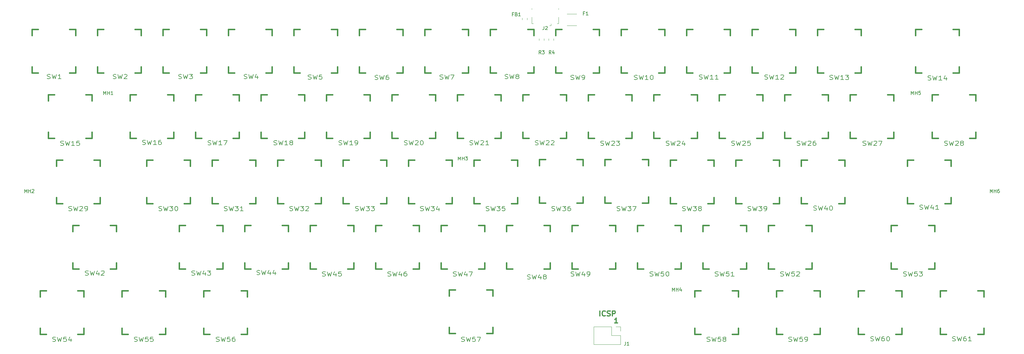
<source format=gto>
G04 #@! TF.GenerationSoftware,KiCad,Pcbnew,5.0.1*
G04 #@! TF.CreationDate,2018-12-19T22:22:27+02:00*
G04 #@! TF.ProjectId,OH60,4F4836302E6B696361645F7063620000,rev?*
G04 #@! TF.SameCoordinates,Original*
G04 #@! TF.FileFunction,Legend,Top*
G04 #@! TF.FilePolarity,Positive*
%FSLAX46Y46*%
G04 Gerber Fmt 4.6, Leading zero omitted, Abs format (unit mm)*
G04 Created by KiCad (PCBNEW 5.0.1) date Wed 19 Dec 2018 22:22:27 SAST*
%MOMM*%
%LPD*%
G01*
G04 APERTURE LIST*
%ADD10C,0.300000*%
%ADD11C,0.381000*%
%ADD12C,0.120000*%
%ADD13C,0.150000*%
%ADD14C,0.203200*%
G04 APERTURE END LIST*
D10*
X204136571Y-119296571D02*
X203279428Y-119296571D01*
X203708000Y-119296571D02*
X203708000Y-117796571D01*
X203565142Y-118010857D01*
X203422285Y-118153714D01*
X203279428Y-118225142D01*
X198953714Y-117264571D02*
X198953714Y-115764571D01*
X200525142Y-117121714D02*
X200453714Y-117193142D01*
X200239428Y-117264571D01*
X200096571Y-117264571D01*
X199882285Y-117193142D01*
X199739428Y-117050285D01*
X199668000Y-116907428D01*
X199596571Y-116621714D01*
X199596571Y-116407428D01*
X199668000Y-116121714D01*
X199739428Y-115978857D01*
X199882285Y-115836000D01*
X200096571Y-115764571D01*
X200239428Y-115764571D01*
X200453714Y-115836000D01*
X200525142Y-115907428D01*
X201096571Y-117193142D02*
X201310857Y-117264571D01*
X201668000Y-117264571D01*
X201810857Y-117193142D01*
X201882285Y-117121714D01*
X201953714Y-116978857D01*
X201953714Y-116836000D01*
X201882285Y-116693142D01*
X201810857Y-116621714D01*
X201668000Y-116550285D01*
X201382285Y-116478857D01*
X201239428Y-116407428D01*
X201168000Y-116336000D01*
X201096571Y-116193142D01*
X201096571Y-116050285D01*
X201168000Y-115907428D01*
X201239428Y-115836000D01*
X201382285Y-115764571D01*
X201739428Y-115764571D01*
X201953714Y-115836000D01*
X202596571Y-117264571D02*
X202596571Y-115764571D01*
X203168000Y-115764571D01*
X203310857Y-115836000D01*
X203382285Y-115907428D01*
X203453714Y-116050285D01*
X203453714Y-116264571D01*
X203382285Y-116407428D01*
X203310857Y-116478857D01*
X203168000Y-116550285D01*
X202596571Y-116550285D01*
D11*
G04 #@! TO.C,SW22*
X176525000Y-54478000D02*
X176525000Y-52700000D01*
X176525000Y-65400000D02*
X176525000Y-63622000D01*
X178303000Y-65400000D02*
X176525000Y-65400000D01*
X189225000Y-65400000D02*
X187447000Y-65400000D01*
X189225000Y-63622000D02*
X189225000Y-65400000D01*
X189225000Y-52700000D02*
X189225000Y-54478000D01*
X187447000Y-52700000D02*
X189225000Y-52700000D01*
X176525000Y-52700000D02*
X178303000Y-52700000D01*
G04 #@! TO.C,SW9*
X186050000Y-33650000D02*
X187828000Y-33650000D01*
X196972000Y-33650000D02*
X198750000Y-33650000D01*
X198750000Y-33650000D02*
X198750000Y-35428000D01*
X198750000Y-44572000D02*
X198750000Y-46350000D01*
X198750000Y-46350000D02*
X196972000Y-46350000D01*
X187828000Y-46350000D02*
X186050000Y-46350000D01*
X186050000Y-46350000D02*
X186050000Y-44572000D01*
X186050000Y-35428000D02*
X186050000Y-33650000D01*
G04 #@! TO.C,SW1*
X33650000Y-33650000D02*
X35428000Y-33650000D01*
X44572000Y-33650000D02*
X46350000Y-33650000D01*
X46350000Y-33650000D02*
X46350000Y-35428000D01*
X46350000Y-44572000D02*
X46350000Y-46350000D01*
X46350000Y-46350000D02*
X44572000Y-46350000D01*
X35428000Y-46350000D02*
X33650000Y-46350000D01*
X33650000Y-46350000D02*
X33650000Y-44572000D01*
X33650000Y-35428000D02*
X33650000Y-33650000D01*
G04 #@! TO.C,SW16*
X62225000Y-54478000D02*
X62225000Y-52700000D01*
X62225000Y-65400000D02*
X62225000Y-63622000D01*
X64003000Y-65400000D02*
X62225000Y-65400000D01*
X74925000Y-65400000D02*
X73147000Y-65400000D01*
X74925000Y-63622000D02*
X74925000Y-65400000D01*
X74925000Y-52700000D02*
X74925000Y-54478000D01*
X73147000Y-52700000D02*
X74925000Y-52700000D01*
X62225000Y-52700000D02*
X64003000Y-52700000D01*
G04 #@! TO.C,SW21*
X157475000Y-52700000D02*
X159253000Y-52700000D01*
X168397000Y-52700000D02*
X170175000Y-52700000D01*
X170175000Y-52700000D02*
X170175000Y-54478000D01*
X170175000Y-63622000D02*
X170175000Y-65400000D01*
X170175000Y-65400000D02*
X168397000Y-65400000D01*
X159253000Y-65400000D02*
X157475000Y-65400000D01*
X157475000Y-65400000D02*
X157475000Y-63622000D01*
X157475000Y-54478000D02*
X157475000Y-52700000D01*
G04 #@! TO.C,SW30*
X66987500Y-73528000D02*
X66987500Y-71750000D01*
X66987500Y-84450000D02*
X66987500Y-82672000D01*
X68765500Y-84450000D02*
X66987500Y-84450000D01*
X79687500Y-84450000D02*
X77909500Y-84450000D01*
X79687500Y-82672000D02*
X79687500Y-84450000D01*
X79687500Y-71750000D02*
X79687500Y-73528000D01*
X77909500Y-71750000D02*
X79687500Y-71750000D01*
X66987500Y-71750000D02*
X68765500Y-71750000D01*
G04 #@! TO.C,SW43*
X76512500Y-90800000D02*
X78290500Y-90800000D01*
X87434500Y-90800000D02*
X89212500Y-90800000D01*
X89212500Y-90800000D02*
X89212500Y-92578000D01*
X89212500Y-101722000D02*
X89212500Y-103500000D01*
X89212500Y-103500000D02*
X87434500Y-103500000D01*
X78290500Y-103500000D02*
X76512500Y-103500000D01*
X76512500Y-103500000D02*
X76512500Y-101722000D01*
X76512500Y-92578000D02*
X76512500Y-90800000D01*
G04 #@! TO.C,SW54*
X36031250Y-111628000D02*
X36031250Y-109850000D01*
X36031250Y-122550000D02*
X36031250Y-120772000D01*
X37809250Y-122550000D02*
X36031250Y-122550000D01*
X48731250Y-122550000D02*
X46953250Y-122550000D01*
X48731250Y-120772000D02*
X48731250Y-122550000D01*
X48731250Y-109850000D02*
X48731250Y-111628000D01*
X46953250Y-109850000D02*
X48731250Y-109850000D01*
X36031250Y-109850000D02*
X37809250Y-109850000D01*
G04 #@! TO.C,SW58*
X226531250Y-109850000D02*
X228309250Y-109850000D01*
X237453250Y-109850000D02*
X239231250Y-109850000D01*
X239231250Y-109850000D02*
X239231250Y-111628000D01*
X239231250Y-120772000D02*
X239231250Y-122550000D01*
X239231250Y-122550000D02*
X237453250Y-122550000D01*
X228309250Y-122550000D02*
X226531250Y-122550000D01*
X226531250Y-122550000D02*
X226531250Y-120772000D01*
X226531250Y-111628000D02*
X226531250Y-109850000D01*
G04 #@! TO.C,SW15*
X38412500Y-52700000D02*
X40190500Y-52700000D01*
X49334500Y-52700000D02*
X51112500Y-52700000D01*
X51112500Y-52700000D02*
X51112500Y-54478000D01*
X51112500Y-63622000D02*
X51112500Y-65400000D01*
X51112500Y-65400000D02*
X49334500Y-65400000D01*
X40190500Y-65400000D02*
X38412500Y-65400000D01*
X38412500Y-65400000D02*
X38412500Y-63622000D01*
X38412500Y-54478000D02*
X38412500Y-52700000D01*
G04 #@! TO.C,SW28*
X295587500Y-54478000D02*
X295587500Y-52700000D01*
X295587500Y-65400000D02*
X295587500Y-63622000D01*
X297365500Y-65400000D02*
X295587500Y-65400000D01*
X308287500Y-65400000D02*
X306509500Y-65400000D01*
X308287500Y-63622000D02*
X308287500Y-65400000D01*
X308287500Y-52700000D02*
X308287500Y-54478000D01*
X306509500Y-52700000D02*
X308287500Y-52700000D01*
X295587500Y-52700000D02*
X297365500Y-52700000D01*
G04 #@! TO.C,SW20*
X138425000Y-52700000D02*
X140203000Y-52700000D01*
X149347000Y-52700000D02*
X151125000Y-52700000D01*
X151125000Y-52700000D02*
X151125000Y-54478000D01*
X151125000Y-63622000D02*
X151125000Y-65400000D01*
X151125000Y-65400000D02*
X149347000Y-65400000D01*
X140203000Y-65400000D02*
X138425000Y-65400000D01*
X138425000Y-65400000D02*
X138425000Y-63622000D01*
X138425000Y-54478000D02*
X138425000Y-52700000D01*
G04 #@! TO.C,SW29*
X40793750Y-71750000D02*
X42571750Y-71750000D01*
X51715750Y-71750000D02*
X53493750Y-71750000D01*
X53493750Y-71750000D02*
X53493750Y-73528000D01*
X53493750Y-82672000D02*
X53493750Y-84450000D01*
X53493750Y-84450000D02*
X51715750Y-84450000D01*
X42571750Y-84450000D02*
X40793750Y-84450000D01*
X40793750Y-84450000D02*
X40793750Y-82672000D01*
X40793750Y-73528000D02*
X40793750Y-71750000D01*
G04 #@! TO.C,SW14*
X290825000Y-33650000D02*
X292603000Y-33650000D01*
X301747000Y-33650000D02*
X303525000Y-33650000D01*
X303525000Y-33650000D02*
X303525000Y-35428000D01*
X303525000Y-44572000D02*
X303525000Y-46350000D01*
X303525000Y-46350000D02*
X301747000Y-46350000D01*
X292603000Y-46350000D02*
X290825000Y-46350000D01*
X290825000Y-46350000D02*
X290825000Y-44572000D01*
X290825000Y-35428000D02*
X290825000Y-33650000D01*
G04 #@! TO.C,SW41*
X288443750Y-71750000D02*
X290221750Y-71750000D01*
X299365750Y-71750000D02*
X301143750Y-71750000D01*
X301143750Y-71750000D02*
X301143750Y-73528000D01*
X301143750Y-82672000D02*
X301143750Y-84450000D01*
X301143750Y-84450000D02*
X299365750Y-84450000D01*
X290221750Y-84450000D02*
X288443750Y-84450000D01*
X288443750Y-84450000D02*
X288443750Y-82672000D01*
X288443750Y-73528000D02*
X288443750Y-71750000D01*
G04 #@! TO.C,SW53*
X283681250Y-90800000D02*
X285459250Y-90800000D01*
X294603250Y-90800000D02*
X296381250Y-90800000D01*
X296381250Y-90800000D02*
X296381250Y-92578000D01*
X296381250Y-101722000D02*
X296381250Y-103500000D01*
X296381250Y-103500000D02*
X294603250Y-103500000D01*
X285459250Y-103500000D02*
X283681250Y-103500000D01*
X283681250Y-103500000D02*
X283681250Y-101722000D01*
X283681250Y-92578000D02*
X283681250Y-90800000D01*
G04 #@! TO.C,SW57*
X155067000Y-109601000D02*
X156845000Y-109601000D01*
X165989000Y-109601000D02*
X167767000Y-109601000D01*
X167767000Y-109601000D02*
X167767000Y-111379000D01*
X167767000Y-120523000D02*
X167767000Y-122301000D01*
X167767000Y-122301000D02*
X165989000Y-122301000D01*
X156845000Y-122301000D02*
X155067000Y-122301000D01*
X155067000Y-122301000D02*
X155067000Y-120523000D01*
X155067000Y-111379000D02*
X155067000Y-109601000D01*
D12*
G04 #@! TO.C,J1*
X197171000Y-120336000D02*
X197171000Y-125536000D01*
X202311000Y-120336000D02*
X197171000Y-120336000D01*
X204911000Y-125536000D02*
X197171000Y-125536000D01*
X202311000Y-120336000D02*
X202311000Y-122936000D01*
X202311000Y-122936000D02*
X204911000Y-122936000D01*
X204911000Y-122936000D02*
X204911000Y-125536000D01*
X203581000Y-120336000D02*
X204911000Y-120336000D01*
X204911000Y-120336000D02*
X204911000Y-121666000D01*
G04 #@! TO.C,J2*
X186907000Y-31988500D02*
X186457000Y-31988500D01*
X186907000Y-30138500D02*
X186907000Y-31988500D01*
X179107000Y-27588500D02*
X179107000Y-27838500D01*
X186907000Y-27588500D02*
X186907000Y-27838500D01*
X179107000Y-30138500D02*
X179107000Y-31988500D01*
X179107000Y-31988500D02*
X179557000Y-31988500D01*
X184707000Y-32538500D02*
X184257000Y-32538500D01*
X184707000Y-32538500D02*
X184707000Y-32088500D01*
G04 #@! TO.C,F1*
X192161752Y-32571000D02*
X189389248Y-32571000D01*
X192161752Y-29151000D02*
X189389248Y-29151000D01*
G04 #@! TO.C,FB1*
X176328000Y-30396922D02*
X176328000Y-30914078D01*
X177748000Y-30396922D02*
X177748000Y-30914078D01*
G04 #@! TO.C,R4*
X184075000Y-36913078D02*
X184075000Y-36395922D01*
X185495000Y-36913078D02*
X185495000Y-36395922D01*
G04 #@! TO.C,R3*
X182701000Y-36913078D02*
X182701000Y-36395922D01*
X181281000Y-36913078D02*
X181281000Y-36395922D01*
D11*
G04 #@! TO.C,SW61*
X297968750Y-109850000D02*
X299746750Y-109850000D01*
X308890750Y-109850000D02*
X310668750Y-109850000D01*
X310668750Y-109850000D02*
X310668750Y-111628000D01*
X310668750Y-120772000D02*
X310668750Y-122550000D01*
X310668750Y-122550000D02*
X308890750Y-122550000D01*
X299746750Y-122550000D02*
X297968750Y-122550000D01*
X297968750Y-122550000D02*
X297968750Y-120772000D01*
X297968750Y-111628000D02*
X297968750Y-109850000D01*
G04 #@! TO.C,SW55*
X59843750Y-109850000D02*
X61621750Y-109850000D01*
X70765750Y-109850000D02*
X72543750Y-109850000D01*
X72543750Y-109850000D02*
X72543750Y-111628000D01*
X72543750Y-120772000D02*
X72543750Y-122550000D01*
X72543750Y-122550000D02*
X70765750Y-122550000D01*
X61621750Y-122550000D02*
X59843750Y-122550000D01*
X59843750Y-122550000D02*
X59843750Y-120772000D01*
X59843750Y-111628000D02*
X59843750Y-109850000D01*
G04 #@! TO.C,SW56*
X83656250Y-111628000D02*
X83656250Y-109850000D01*
X83656250Y-122550000D02*
X83656250Y-120772000D01*
X85434250Y-122550000D02*
X83656250Y-122550000D01*
X96356250Y-122550000D02*
X94578250Y-122550000D01*
X96356250Y-120772000D02*
X96356250Y-122550000D01*
X96356250Y-109850000D02*
X96356250Y-111628000D01*
X94578250Y-109850000D02*
X96356250Y-109850000D01*
X83656250Y-109850000D02*
X85434250Y-109850000D01*
G04 #@! TO.C,SW60*
X274156250Y-109850000D02*
X275934250Y-109850000D01*
X285078250Y-109850000D02*
X286856250Y-109850000D01*
X286856250Y-109850000D02*
X286856250Y-111628000D01*
X286856250Y-120772000D02*
X286856250Y-122550000D01*
X286856250Y-122550000D02*
X285078250Y-122550000D01*
X275934250Y-122550000D02*
X274156250Y-122550000D01*
X274156250Y-122550000D02*
X274156250Y-120772000D01*
X274156250Y-111628000D02*
X274156250Y-109850000D01*
G04 #@! TO.C,SW42*
X45556250Y-90800000D02*
X47334250Y-90800000D01*
X56478250Y-90800000D02*
X58256250Y-90800000D01*
X58256250Y-90800000D02*
X58256250Y-92578000D01*
X58256250Y-101722000D02*
X58256250Y-103500000D01*
X58256250Y-103500000D02*
X56478250Y-103500000D01*
X47334250Y-103500000D02*
X45556250Y-103500000D01*
X45556250Y-103500000D02*
X45556250Y-101722000D01*
X45556250Y-92578000D02*
X45556250Y-90800000D01*
G04 #@! TO.C,SW59*
X250343750Y-111628000D02*
X250343750Y-109850000D01*
X250343750Y-122550000D02*
X250343750Y-120772000D01*
X252121750Y-122550000D02*
X250343750Y-122550000D01*
X263043750Y-122550000D02*
X261265750Y-122550000D01*
X263043750Y-120772000D02*
X263043750Y-122550000D01*
X263043750Y-109850000D02*
X263043750Y-111628000D01*
X261265750Y-109850000D02*
X263043750Y-109850000D01*
X250343750Y-109850000D02*
X252121750Y-109850000D01*
G04 #@! TO.C,SW19*
X119375000Y-52700000D02*
X121153000Y-52700000D01*
X130297000Y-52700000D02*
X132075000Y-52700000D01*
X132075000Y-52700000D02*
X132075000Y-54478000D01*
X132075000Y-63622000D02*
X132075000Y-65400000D01*
X132075000Y-65400000D02*
X130297000Y-65400000D01*
X121153000Y-65400000D02*
X119375000Y-65400000D01*
X119375000Y-65400000D02*
X119375000Y-63622000D01*
X119375000Y-54478000D02*
X119375000Y-52700000D01*
G04 #@! TO.C,SW13*
X262250000Y-33650000D02*
X264028000Y-33650000D01*
X273172000Y-33650000D02*
X274950000Y-33650000D01*
X274950000Y-33650000D02*
X274950000Y-35428000D01*
X274950000Y-44572000D02*
X274950000Y-46350000D01*
X274950000Y-46350000D02*
X273172000Y-46350000D01*
X264028000Y-46350000D02*
X262250000Y-46350000D01*
X262250000Y-46350000D02*
X262250000Y-44572000D01*
X262250000Y-35428000D02*
X262250000Y-33650000D01*
G04 #@! TO.C,SW12*
X243200000Y-35428000D02*
X243200000Y-33650000D01*
X243200000Y-46350000D02*
X243200000Y-44572000D01*
X244978000Y-46350000D02*
X243200000Y-46350000D01*
X255900000Y-46350000D02*
X254122000Y-46350000D01*
X255900000Y-44572000D02*
X255900000Y-46350000D01*
X255900000Y-33650000D02*
X255900000Y-35428000D01*
X254122000Y-33650000D02*
X255900000Y-33650000D01*
X243200000Y-33650000D02*
X244978000Y-33650000D01*
G04 #@! TO.C,SW11*
X224150000Y-33650000D02*
X225928000Y-33650000D01*
X235072000Y-33650000D02*
X236850000Y-33650000D01*
X236850000Y-33650000D02*
X236850000Y-35428000D01*
X236850000Y-44572000D02*
X236850000Y-46350000D01*
X236850000Y-46350000D02*
X235072000Y-46350000D01*
X225928000Y-46350000D02*
X224150000Y-46350000D01*
X224150000Y-46350000D02*
X224150000Y-44572000D01*
X224150000Y-35428000D02*
X224150000Y-33650000D01*
G04 #@! TO.C,SW10*
X205100000Y-35428000D02*
X205100000Y-33650000D01*
X205100000Y-46350000D02*
X205100000Y-44572000D01*
X206878000Y-46350000D02*
X205100000Y-46350000D01*
X217800000Y-46350000D02*
X216022000Y-46350000D01*
X217800000Y-44572000D02*
X217800000Y-46350000D01*
X217800000Y-33650000D02*
X217800000Y-35428000D01*
X216022000Y-33650000D02*
X217800000Y-33650000D01*
X205100000Y-33650000D02*
X206878000Y-33650000D01*
G04 #@! TO.C,SW8*
X167000000Y-35428000D02*
X167000000Y-33650000D01*
X167000000Y-46350000D02*
X167000000Y-44572000D01*
X168778000Y-46350000D02*
X167000000Y-46350000D01*
X179700000Y-46350000D02*
X177922000Y-46350000D01*
X179700000Y-44572000D02*
X179700000Y-46350000D01*
X179700000Y-33650000D02*
X179700000Y-35428000D01*
X177922000Y-33650000D02*
X179700000Y-33650000D01*
X167000000Y-33650000D02*
X168778000Y-33650000D01*
G04 #@! TO.C,SW7*
X147950000Y-33650000D02*
X149728000Y-33650000D01*
X158872000Y-33650000D02*
X160650000Y-33650000D01*
X160650000Y-33650000D02*
X160650000Y-35428000D01*
X160650000Y-44572000D02*
X160650000Y-46350000D01*
X160650000Y-46350000D02*
X158872000Y-46350000D01*
X149728000Y-46350000D02*
X147950000Y-46350000D01*
X147950000Y-46350000D02*
X147950000Y-44572000D01*
X147950000Y-35428000D02*
X147950000Y-33650000D01*
G04 #@! TO.C,SW6*
X128900000Y-35428000D02*
X128900000Y-33650000D01*
X128900000Y-46350000D02*
X128900000Y-44572000D01*
X130678000Y-46350000D02*
X128900000Y-46350000D01*
X141600000Y-46350000D02*
X139822000Y-46350000D01*
X141600000Y-44572000D02*
X141600000Y-46350000D01*
X141600000Y-33650000D02*
X141600000Y-35428000D01*
X139822000Y-33650000D02*
X141600000Y-33650000D01*
X128900000Y-33650000D02*
X130678000Y-33650000D01*
G04 #@! TO.C,SW5*
X109850000Y-33650000D02*
X111628000Y-33650000D01*
X120772000Y-33650000D02*
X122550000Y-33650000D01*
X122550000Y-33650000D02*
X122550000Y-35428000D01*
X122550000Y-44572000D02*
X122550000Y-46350000D01*
X122550000Y-46350000D02*
X120772000Y-46350000D01*
X111628000Y-46350000D02*
X109850000Y-46350000D01*
X109850000Y-46350000D02*
X109850000Y-44572000D01*
X109850000Y-35428000D02*
X109850000Y-33650000D01*
G04 #@! TO.C,SW4*
X90800000Y-35428000D02*
X90800000Y-33650000D01*
X90800000Y-46350000D02*
X90800000Y-44572000D01*
X92578000Y-46350000D02*
X90800000Y-46350000D01*
X103500000Y-46350000D02*
X101722000Y-46350000D01*
X103500000Y-44572000D02*
X103500000Y-46350000D01*
X103500000Y-33650000D02*
X103500000Y-35428000D01*
X101722000Y-33650000D02*
X103500000Y-33650000D01*
X90800000Y-33650000D02*
X92578000Y-33650000D01*
G04 #@! TO.C,SW3*
X71750000Y-33650000D02*
X73528000Y-33650000D01*
X82672000Y-33650000D02*
X84450000Y-33650000D01*
X84450000Y-33650000D02*
X84450000Y-35428000D01*
X84450000Y-44572000D02*
X84450000Y-46350000D01*
X84450000Y-46350000D02*
X82672000Y-46350000D01*
X73528000Y-46350000D02*
X71750000Y-46350000D01*
X71750000Y-46350000D02*
X71750000Y-44572000D01*
X71750000Y-35428000D02*
X71750000Y-33650000D01*
G04 #@! TO.C,SW33*
X124137500Y-73528000D02*
X124137500Y-71750000D01*
X124137500Y-84450000D02*
X124137500Y-82672000D01*
X125915500Y-84450000D02*
X124137500Y-84450000D01*
X136837500Y-84450000D02*
X135059500Y-84450000D01*
X136837500Y-82672000D02*
X136837500Y-84450000D01*
X136837500Y-71750000D02*
X136837500Y-73528000D01*
X135059500Y-71750000D02*
X136837500Y-71750000D01*
X124137500Y-71750000D02*
X125915500Y-71750000D01*
G04 #@! TO.C,SW18*
X100325000Y-54478000D02*
X100325000Y-52700000D01*
X100325000Y-65400000D02*
X100325000Y-63622000D01*
X102103000Y-65400000D02*
X100325000Y-65400000D01*
X113025000Y-65400000D02*
X111247000Y-65400000D01*
X113025000Y-63622000D02*
X113025000Y-65400000D01*
X113025000Y-52700000D02*
X113025000Y-54478000D01*
X111247000Y-52700000D02*
X113025000Y-52700000D01*
X100325000Y-52700000D02*
X102103000Y-52700000D01*
G04 #@! TO.C,SW23*
X195575000Y-52700000D02*
X197353000Y-52700000D01*
X206497000Y-52700000D02*
X208275000Y-52700000D01*
X208275000Y-52700000D02*
X208275000Y-54478000D01*
X208275000Y-63622000D02*
X208275000Y-65400000D01*
X208275000Y-65400000D02*
X206497000Y-65400000D01*
X197353000Y-65400000D02*
X195575000Y-65400000D01*
X195575000Y-65400000D02*
X195575000Y-63622000D01*
X195575000Y-54478000D02*
X195575000Y-52700000D01*
G04 #@! TO.C,SW24*
X214625000Y-54478000D02*
X214625000Y-52700000D01*
X214625000Y-65400000D02*
X214625000Y-63622000D01*
X216403000Y-65400000D02*
X214625000Y-65400000D01*
X227325000Y-65400000D02*
X225547000Y-65400000D01*
X227325000Y-63622000D02*
X227325000Y-65400000D01*
X227325000Y-52700000D02*
X227325000Y-54478000D01*
X225547000Y-52700000D02*
X227325000Y-52700000D01*
X214625000Y-52700000D02*
X216403000Y-52700000D01*
G04 #@! TO.C,SW25*
X233675000Y-52700000D02*
X235453000Y-52700000D01*
X244597000Y-52700000D02*
X246375000Y-52700000D01*
X246375000Y-52700000D02*
X246375000Y-54478000D01*
X246375000Y-63622000D02*
X246375000Y-65400000D01*
X246375000Y-65400000D02*
X244597000Y-65400000D01*
X235453000Y-65400000D02*
X233675000Y-65400000D01*
X233675000Y-65400000D02*
X233675000Y-63622000D01*
X233675000Y-54478000D02*
X233675000Y-52700000D01*
G04 #@! TO.C,SW26*
X252725000Y-54478000D02*
X252725000Y-52700000D01*
X252725000Y-65400000D02*
X252725000Y-63622000D01*
X254503000Y-65400000D02*
X252725000Y-65400000D01*
X265425000Y-65400000D02*
X263647000Y-65400000D01*
X265425000Y-63622000D02*
X265425000Y-65400000D01*
X265425000Y-52700000D02*
X265425000Y-54478000D01*
X263647000Y-52700000D02*
X265425000Y-52700000D01*
X252725000Y-52700000D02*
X254503000Y-52700000D01*
G04 #@! TO.C,SW27*
X271775000Y-52700000D02*
X273553000Y-52700000D01*
X282697000Y-52700000D02*
X284475000Y-52700000D01*
X284475000Y-52700000D02*
X284475000Y-54478000D01*
X284475000Y-63622000D02*
X284475000Y-65400000D01*
X284475000Y-65400000D02*
X282697000Y-65400000D01*
X273553000Y-65400000D02*
X271775000Y-65400000D01*
X271775000Y-65400000D02*
X271775000Y-63622000D01*
X271775000Y-54478000D02*
X271775000Y-52700000D01*
G04 #@! TO.C,SW31*
X86037500Y-71750000D02*
X87815500Y-71750000D01*
X96959500Y-71750000D02*
X98737500Y-71750000D01*
X98737500Y-71750000D02*
X98737500Y-73528000D01*
X98737500Y-82672000D02*
X98737500Y-84450000D01*
X98737500Y-84450000D02*
X96959500Y-84450000D01*
X87815500Y-84450000D02*
X86037500Y-84450000D01*
X86037500Y-84450000D02*
X86037500Y-82672000D01*
X86037500Y-73528000D02*
X86037500Y-71750000D01*
G04 #@! TO.C,SW48*
X171762500Y-92578000D02*
X171762500Y-90800000D01*
X171762500Y-103500000D02*
X171762500Y-101722000D01*
X173540500Y-103500000D02*
X171762500Y-103500000D01*
X184462500Y-103500000D02*
X182684500Y-103500000D01*
X184462500Y-101722000D02*
X184462500Y-103500000D01*
X184462500Y-90800000D02*
X184462500Y-92578000D01*
X182684500Y-90800000D02*
X184462500Y-90800000D01*
X171762500Y-90800000D02*
X173540500Y-90800000D01*
G04 #@! TO.C,SW2*
X52700000Y-33650000D02*
X54478000Y-33650000D01*
X63622000Y-33650000D02*
X65400000Y-33650000D01*
X65400000Y-33650000D02*
X65400000Y-35428000D01*
X65400000Y-44572000D02*
X65400000Y-46350000D01*
X65400000Y-46350000D02*
X63622000Y-46350000D01*
X54478000Y-46350000D02*
X52700000Y-46350000D01*
X52700000Y-46350000D02*
X52700000Y-44572000D01*
X52700000Y-35428000D02*
X52700000Y-33650000D01*
G04 #@! TO.C,SW17*
X81275000Y-54478000D02*
X81275000Y-52700000D01*
X81275000Y-65400000D02*
X81275000Y-63622000D01*
X83053000Y-65400000D02*
X81275000Y-65400000D01*
X93975000Y-65400000D02*
X92197000Y-65400000D01*
X93975000Y-63622000D02*
X93975000Y-65400000D01*
X93975000Y-52700000D02*
X93975000Y-54478000D01*
X92197000Y-52700000D02*
X93975000Y-52700000D01*
X81275000Y-52700000D02*
X83053000Y-52700000D01*
G04 #@! TO.C,SW34*
X143187500Y-71750000D02*
X144965500Y-71750000D01*
X154109500Y-71750000D02*
X155887500Y-71750000D01*
X155887500Y-71750000D02*
X155887500Y-73528000D01*
X155887500Y-82672000D02*
X155887500Y-84450000D01*
X155887500Y-84450000D02*
X154109500Y-84450000D01*
X144965500Y-84450000D02*
X143187500Y-84450000D01*
X143187500Y-84450000D02*
X143187500Y-82672000D01*
X143187500Y-73528000D02*
X143187500Y-71750000D01*
G04 #@! TO.C,SW35*
X162237500Y-73528000D02*
X162237500Y-71750000D01*
X162237500Y-84450000D02*
X162237500Y-82672000D01*
X164015500Y-84450000D02*
X162237500Y-84450000D01*
X174937500Y-84450000D02*
X173159500Y-84450000D01*
X174937500Y-82672000D02*
X174937500Y-84450000D01*
X174937500Y-71750000D02*
X174937500Y-73528000D01*
X173159500Y-71750000D02*
X174937500Y-71750000D01*
X162237500Y-71750000D02*
X164015500Y-71750000D01*
G04 #@! TO.C,SW36*
X181287500Y-71650000D02*
X183065500Y-71650000D01*
X192209500Y-71650000D02*
X193987500Y-71650000D01*
X193987500Y-71650000D02*
X193987500Y-73428000D01*
X193987500Y-82572000D02*
X193987500Y-84350000D01*
X193987500Y-84350000D02*
X192209500Y-84350000D01*
X183065500Y-84350000D02*
X181287500Y-84350000D01*
X181287500Y-84350000D02*
X181287500Y-82572000D01*
X181287500Y-73428000D02*
X181287500Y-71650000D01*
G04 #@! TO.C,SW37*
X200337500Y-73428000D02*
X200337500Y-71650000D01*
X200337500Y-84350000D02*
X200337500Y-82572000D01*
X202115500Y-84350000D02*
X200337500Y-84350000D01*
X213037500Y-84350000D02*
X211259500Y-84350000D01*
X213037500Y-82572000D02*
X213037500Y-84350000D01*
X213037500Y-71650000D02*
X213037500Y-73428000D01*
X211259500Y-71650000D02*
X213037500Y-71650000D01*
X200337500Y-71650000D02*
X202115500Y-71650000D01*
G04 #@! TO.C,SW38*
X219387500Y-71750000D02*
X221165500Y-71750000D01*
X230309500Y-71750000D02*
X232087500Y-71750000D01*
X232087500Y-71750000D02*
X232087500Y-73528000D01*
X232087500Y-82672000D02*
X232087500Y-84450000D01*
X232087500Y-84450000D02*
X230309500Y-84450000D01*
X221165500Y-84450000D02*
X219387500Y-84450000D01*
X219387500Y-84450000D02*
X219387500Y-82672000D01*
X219387500Y-73528000D02*
X219387500Y-71750000D01*
G04 #@! TO.C,SW39*
X238437500Y-73528000D02*
X238437500Y-71750000D01*
X238437500Y-84450000D02*
X238437500Y-82672000D01*
X240215500Y-84450000D02*
X238437500Y-84450000D01*
X251137500Y-84450000D02*
X249359500Y-84450000D01*
X251137500Y-82672000D02*
X251137500Y-84450000D01*
X251137500Y-71750000D02*
X251137500Y-73528000D01*
X249359500Y-71750000D02*
X251137500Y-71750000D01*
X238437500Y-71750000D02*
X240215500Y-71750000D01*
G04 #@! TO.C,SW40*
X257487500Y-71750000D02*
X259265500Y-71750000D01*
X268409500Y-71750000D02*
X270187500Y-71750000D01*
X270187500Y-71750000D02*
X270187500Y-73528000D01*
X270187500Y-82672000D02*
X270187500Y-84450000D01*
X270187500Y-84450000D02*
X268409500Y-84450000D01*
X259265500Y-84450000D02*
X257487500Y-84450000D01*
X257487500Y-84450000D02*
X257487500Y-82672000D01*
X257487500Y-73528000D02*
X257487500Y-71750000D01*
G04 #@! TO.C,SW44*
X95562500Y-90800000D02*
X97340500Y-90800000D01*
X106484500Y-90800000D02*
X108262500Y-90800000D01*
X108262500Y-90800000D02*
X108262500Y-92578000D01*
X108262500Y-101722000D02*
X108262500Y-103500000D01*
X108262500Y-103500000D02*
X106484500Y-103500000D01*
X97340500Y-103500000D02*
X95562500Y-103500000D01*
X95562500Y-103500000D02*
X95562500Y-101722000D01*
X95562500Y-92578000D02*
X95562500Y-90800000D01*
G04 #@! TO.C,SW45*
X114612500Y-92578000D02*
X114612500Y-90800000D01*
X114612500Y-103500000D02*
X114612500Y-101722000D01*
X116390500Y-103500000D02*
X114612500Y-103500000D01*
X127312500Y-103500000D02*
X125534500Y-103500000D01*
X127312500Y-101722000D02*
X127312500Y-103500000D01*
X127312500Y-90800000D02*
X127312500Y-92578000D01*
X125534500Y-90800000D02*
X127312500Y-90800000D01*
X114612500Y-90800000D02*
X116390500Y-90800000D01*
G04 #@! TO.C,SW46*
X133662500Y-90800000D02*
X135440500Y-90800000D01*
X144584500Y-90800000D02*
X146362500Y-90800000D01*
X146362500Y-90800000D02*
X146362500Y-92578000D01*
X146362500Y-101722000D02*
X146362500Y-103500000D01*
X146362500Y-103500000D02*
X144584500Y-103500000D01*
X135440500Y-103500000D02*
X133662500Y-103500000D01*
X133662500Y-103500000D02*
X133662500Y-101722000D01*
X133662500Y-92578000D02*
X133662500Y-90800000D01*
G04 #@! TO.C,SW47*
X152712500Y-92578000D02*
X152712500Y-90800000D01*
X152712500Y-103500000D02*
X152712500Y-101722000D01*
X154490500Y-103500000D02*
X152712500Y-103500000D01*
X165412500Y-103500000D02*
X163634500Y-103500000D01*
X165412500Y-101722000D02*
X165412500Y-103500000D01*
X165412500Y-90800000D02*
X165412500Y-92578000D01*
X163634500Y-90800000D02*
X165412500Y-90800000D01*
X152712500Y-90800000D02*
X154490500Y-90800000D01*
G04 #@! TO.C,SW32*
X105087500Y-71750000D02*
X106865500Y-71750000D01*
X116009500Y-71750000D02*
X117787500Y-71750000D01*
X117787500Y-71750000D02*
X117787500Y-73528000D01*
X117787500Y-82672000D02*
X117787500Y-84450000D01*
X117787500Y-84450000D02*
X116009500Y-84450000D01*
X106865500Y-84450000D02*
X105087500Y-84450000D01*
X105087500Y-84450000D02*
X105087500Y-82672000D01*
X105087500Y-73528000D02*
X105087500Y-71750000D01*
G04 #@! TO.C,SW49*
X190812500Y-92578000D02*
X190812500Y-90800000D01*
X190812500Y-103500000D02*
X190812500Y-101722000D01*
X192590500Y-103500000D02*
X190812500Y-103500000D01*
X203512500Y-103500000D02*
X201734500Y-103500000D01*
X203512500Y-101722000D02*
X203512500Y-103500000D01*
X203512500Y-90800000D02*
X203512500Y-92578000D01*
X201734500Y-90800000D02*
X203512500Y-90800000D01*
X190812500Y-90800000D02*
X192590500Y-90800000D01*
G04 #@! TO.C,SW50*
X209862500Y-90800000D02*
X211640500Y-90800000D01*
X220784500Y-90800000D02*
X222562500Y-90800000D01*
X222562500Y-90800000D02*
X222562500Y-92578000D01*
X222562500Y-101722000D02*
X222562500Y-103500000D01*
X222562500Y-103500000D02*
X220784500Y-103500000D01*
X211640500Y-103500000D02*
X209862500Y-103500000D01*
X209862500Y-103500000D02*
X209862500Y-101722000D01*
X209862500Y-92578000D02*
X209862500Y-90800000D01*
G04 #@! TO.C,SW51*
X228912500Y-92578000D02*
X228912500Y-90800000D01*
X228912500Y-103500000D02*
X228912500Y-101722000D01*
X230690500Y-103500000D02*
X228912500Y-103500000D01*
X241612500Y-103500000D02*
X239834500Y-103500000D01*
X241612500Y-101722000D02*
X241612500Y-103500000D01*
X241612500Y-90800000D02*
X241612500Y-92578000D01*
X239834500Y-90800000D02*
X241612500Y-90800000D01*
X228912500Y-90800000D02*
X230690500Y-90800000D01*
G04 #@! TO.C,SW52*
X247962500Y-90800000D02*
X249740500Y-90800000D01*
X258884500Y-90800000D02*
X260662500Y-90800000D01*
X260662500Y-90800000D02*
X260662500Y-92578000D01*
X260662500Y-101722000D02*
X260662500Y-103500000D01*
X260662500Y-103500000D02*
X258884500Y-103500000D01*
X249740500Y-103500000D02*
X247962500Y-103500000D01*
X247962500Y-103500000D02*
X247962500Y-101722000D01*
X247962500Y-92578000D02*
X247962500Y-90800000D01*
G04 #@! TO.C,MH2*
D13*
X31527666Y-81311380D02*
X31527666Y-80311380D01*
X31861000Y-81025666D01*
X32194333Y-80311380D01*
X32194333Y-81311380D01*
X32670523Y-81311380D02*
X32670523Y-80311380D01*
X32670523Y-80787571D02*
X33241952Y-80787571D01*
X33241952Y-81311380D02*
X33241952Y-80311380D01*
X33670523Y-80406619D02*
X33718142Y-80359000D01*
X33813380Y-80311380D01*
X34051476Y-80311380D01*
X34146714Y-80359000D01*
X34194333Y-80406619D01*
X34241952Y-80501857D01*
X34241952Y-80597095D01*
X34194333Y-80739952D01*
X33622904Y-81311380D01*
X34241952Y-81311380D01*
G04 #@! TO.C,MH3*
X157727666Y-71811380D02*
X157727666Y-70811380D01*
X158061000Y-71525666D01*
X158394333Y-70811380D01*
X158394333Y-71811380D01*
X158870523Y-71811380D02*
X158870523Y-70811380D01*
X158870523Y-71287571D02*
X159441952Y-71287571D01*
X159441952Y-71811380D02*
X159441952Y-70811380D01*
X159822904Y-70811380D02*
X160441952Y-70811380D01*
X160108619Y-71192333D01*
X160251476Y-71192333D01*
X160346714Y-71239952D01*
X160394333Y-71287571D01*
X160441952Y-71382809D01*
X160441952Y-71620904D01*
X160394333Y-71716142D01*
X160346714Y-71763761D01*
X160251476Y-71811380D01*
X159965761Y-71811380D01*
X159870523Y-71763761D01*
X159822904Y-71716142D01*
G04 #@! TO.C,MH4*
X220027666Y-110011380D02*
X220027666Y-109011380D01*
X220361000Y-109725666D01*
X220694333Y-109011380D01*
X220694333Y-110011380D01*
X221170523Y-110011380D02*
X221170523Y-109011380D01*
X221170523Y-109487571D02*
X221741952Y-109487571D01*
X221741952Y-110011380D02*
X221741952Y-109011380D01*
X222646714Y-109344714D02*
X222646714Y-110011380D01*
X222408619Y-108963761D02*
X222170523Y-109678047D01*
X222789571Y-109678047D01*
G04 #@! TO.C,MH5*
X289565666Y-52711380D02*
X289565666Y-51711380D01*
X289899000Y-52425666D01*
X290232333Y-51711380D01*
X290232333Y-52711380D01*
X290708523Y-52711380D02*
X290708523Y-51711380D01*
X290708523Y-52187571D02*
X291279952Y-52187571D01*
X291279952Y-52711380D02*
X291279952Y-51711380D01*
X292232333Y-51711380D02*
X291756142Y-51711380D01*
X291708523Y-52187571D01*
X291756142Y-52139952D01*
X291851380Y-52092333D01*
X292089476Y-52092333D01*
X292184714Y-52139952D01*
X292232333Y-52187571D01*
X292279952Y-52282809D01*
X292279952Y-52520904D01*
X292232333Y-52616142D01*
X292184714Y-52663761D01*
X292089476Y-52711380D01*
X291851380Y-52711380D01*
X291756142Y-52663761D01*
X291708523Y-52616142D01*
G04 #@! TO.C,MH6*
X312527666Y-81311380D02*
X312527666Y-80311380D01*
X312861000Y-81025666D01*
X313194333Y-80311380D01*
X313194333Y-81311380D01*
X313670523Y-81311380D02*
X313670523Y-80311380D01*
X313670523Y-80787571D02*
X314241952Y-80787571D01*
X314241952Y-81311380D02*
X314241952Y-80311380D01*
X315146714Y-80311380D02*
X314956238Y-80311380D01*
X314861000Y-80359000D01*
X314813380Y-80406619D01*
X314718142Y-80549476D01*
X314670523Y-80739952D01*
X314670523Y-81120904D01*
X314718142Y-81216142D01*
X314765761Y-81263761D01*
X314861000Y-81311380D01*
X315051476Y-81311380D01*
X315146714Y-81263761D01*
X315194333Y-81216142D01*
X315241952Y-81120904D01*
X315241952Y-80882809D01*
X315194333Y-80787571D01*
X315146714Y-80739952D01*
X315051476Y-80692333D01*
X314861000Y-80692333D01*
X314765761Y-80739952D01*
X314718142Y-80787571D01*
X314670523Y-80882809D01*
G04 #@! TO.C,MH1*
X54527666Y-52711380D02*
X54527666Y-51711380D01*
X54861000Y-52425666D01*
X55194333Y-51711380D01*
X55194333Y-52711380D01*
X55670523Y-52711380D02*
X55670523Y-51711380D01*
X55670523Y-52187571D02*
X56241952Y-52187571D01*
X56241952Y-52711380D02*
X56241952Y-51711380D01*
X57241952Y-52711380D02*
X56670523Y-52711380D01*
X56956238Y-52711380D02*
X56956238Y-51711380D01*
X56861000Y-51854238D01*
X56765761Y-51949476D01*
X56670523Y-51997095D01*
G04 #@! TO.C,SW22*
D14*
X180122285Y-67316047D02*
X180340000Y-67376523D01*
X180702857Y-67376523D01*
X180848000Y-67316047D01*
X180920571Y-67255571D01*
X180993142Y-67134619D01*
X180993142Y-67013666D01*
X180920571Y-66892714D01*
X180848000Y-66832238D01*
X180702857Y-66771761D01*
X180412571Y-66711285D01*
X180267428Y-66650809D01*
X180194857Y-66590333D01*
X180122285Y-66469380D01*
X180122285Y-66348428D01*
X180194857Y-66227476D01*
X180267428Y-66167000D01*
X180412571Y-66106523D01*
X180775428Y-66106523D01*
X180993142Y-66167000D01*
X181501142Y-66106523D02*
X181864000Y-67376523D01*
X182154285Y-66469380D01*
X182444571Y-67376523D01*
X182807428Y-66106523D01*
X183315428Y-66227476D02*
X183388000Y-66167000D01*
X183533142Y-66106523D01*
X183896000Y-66106523D01*
X184041142Y-66167000D01*
X184113714Y-66227476D01*
X184186285Y-66348428D01*
X184186285Y-66469380D01*
X184113714Y-66650809D01*
X183242857Y-67376523D01*
X184186285Y-67376523D01*
X184766857Y-66227476D02*
X184839428Y-66167000D01*
X184984571Y-66106523D01*
X185347428Y-66106523D01*
X185492571Y-66167000D01*
X185565142Y-66227476D01*
X185637714Y-66348428D01*
X185637714Y-66469380D01*
X185565142Y-66650809D01*
X184694285Y-67376523D01*
X185637714Y-67376523D01*
G04 #@! TO.C,SW9*
X190500000Y-48266047D02*
X190717714Y-48326523D01*
X191080571Y-48326523D01*
X191225714Y-48266047D01*
X191298285Y-48205571D01*
X191370857Y-48084619D01*
X191370857Y-47963666D01*
X191298285Y-47842714D01*
X191225714Y-47782238D01*
X191080571Y-47721761D01*
X190790285Y-47661285D01*
X190645142Y-47600809D01*
X190572571Y-47540333D01*
X190500000Y-47419380D01*
X190500000Y-47298428D01*
X190572571Y-47177476D01*
X190645142Y-47117000D01*
X190790285Y-47056523D01*
X191153142Y-47056523D01*
X191370857Y-47117000D01*
X191878857Y-47056523D02*
X192241714Y-48326523D01*
X192532000Y-47419380D01*
X192822285Y-48326523D01*
X193185142Y-47056523D01*
X193838285Y-48326523D02*
X194128571Y-48326523D01*
X194273714Y-48266047D01*
X194346285Y-48205571D01*
X194491428Y-48024142D01*
X194564000Y-47782238D01*
X194564000Y-47298428D01*
X194491428Y-47177476D01*
X194418857Y-47117000D01*
X194273714Y-47056523D01*
X193983428Y-47056523D01*
X193838285Y-47117000D01*
X193765714Y-47177476D01*
X193693142Y-47298428D01*
X193693142Y-47600809D01*
X193765714Y-47721761D01*
X193838285Y-47782238D01*
X193983428Y-47842714D01*
X194273714Y-47842714D01*
X194418857Y-47782238D01*
X194491428Y-47721761D01*
X194564000Y-47600809D01*
G04 #@! TO.C,SW1*
X38100000Y-48012047D02*
X38317714Y-48072523D01*
X38680571Y-48072523D01*
X38825714Y-48012047D01*
X38898285Y-47951571D01*
X38970857Y-47830619D01*
X38970857Y-47709666D01*
X38898285Y-47588714D01*
X38825714Y-47528238D01*
X38680571Y-47467761D01*
X38390285Y-47407285D01*
X38245142Y-47346809D01*
X38172571Y-47286333D01*
X38100000Y-47165380D01*
X38100000Y-47044428D01*
X38172571Y-46923476D01*
X38245142Y-46863000D01*
X38390285Y-46802523D01*
X38753142Y-46802523D01*
X38970857Y-46863000D01*
X39478857Y-46802523D02*
X39841714Y-48072523D01*
X40132000Y-47165380D01*
X40422285Y-48072523D01*
X40785142Y-46802523D01*
X42164000Y-48072523D02*
X41293142Y-48072523D01*
X41728571Y-48072523D02*
X41728571Y-46802523D01*
X41583428Y-46983952D01*
X41438285Y-47104904D01*
X41293142Y-47165380D01*
G04 #@! TO.C,SW16*
X65817285Y-67189047D02*
X66035000Y-67249523D01*
X66397857Y-67249523D01*
X66543000Y-67189047D01*
X66615571Y-67128571D01*
X66688142Y-67007619D01*
X66688142Y-66886666D01*
X66615571Y-66765714D01*
X66543000Y-66705238D01*
X66397857Y-66644761D01*
X66107571Y-66584285D01*
X65962428Y-66523809D01*
X65889857Y-66463333D01*
X65817285Y-66342380D01*
X65817285Y-66221428D01*
X65889857Y-66100476D01*
X65962428Y-66040000D01*
X66107571Y-65979523D01*
X66470428Y-65979523D01*
X66688142Y-66040000D01*
X67196142Y-65979523D02*
X67559000Y-67249523D01*
X67849285Y-66342380D01*
X68139571Y-67249523D01*
X68502428Y-65979523D01*
X69881285Y-67249523D02*
X69010428Y-67249523D01*
X69445857Y-67249523D02*
X69445857Y-65979523D01*
X69300714Y-66160952D01*
X69155571Y-66281904D01*
X69010428Y-66342380D01*
X71187571Y-65979523D02*
X70897285Y-65979523D01*
X70752142Y-66040000D01*
X70679571Y-66100476D01*
X70534428Y-66281904D01*
X70461857Y-66523809D01*
X70461857Y-67007619D01*
X70534428Y-67128571D01*
X70607000Y-67189047D01*
X70752142Y-67249523D01*
X71042428Y-67249523D01*
X71187571Y-67189047D01*
X71260142Y-67128571D01*
X71332714Y-67007619D01*
X71332714Y-66705238D01*
X71260142Y-66584285D01*
X71187571Y-66523809D01*
X71042428Y-66463333D01*
X70752142Y-66463333D01*
X70607000Y-66523809D01*
X70534428Y-66584285D01*
X70461857Y-66705238D01*
G04 #@! TO.C,SW21*
X161067285Y-67316047D02*
X161285000Y-67376523D01*
X161647857Y-67376523D01*
X161793000Y-67316047D01*
X161865571Y-67255571D01*
X161938142Y-67134619D01*
X161938142Y-67013666D01*
X161865571Y-66892714D01*
X161793000Y-66832238D01*
X161647857Y-66771761D01*
X161357571Y-66711285D01*
X161212428Y-66650809D01*
X161139857Y-66590333D01*
X161067285Y-66469380D01*
X161067285Y-66348428D01*
X161139857Y-66227476D01*
X161212428Y-66167000D01*
X161357571Y-66106523D01*
X161720428Y-66106523D01*
X161938142Y-66167000D01*
X162446142Y-66106523D02*
X162809000Y-67376523D01*
X163099285Y-66469380D01*
X163389571Y-67376523D01*
X163752428Y-66106523D01*
X164260428Y-66227476D02*
X164333000Y-66167000D01*
X164478142Y-66106523D01*
X164841000Y-66106523D01*
X164986142Y-66167000D01*
X165058714Y-66227476D01*
X165131285Y-66348428D01*
X165131285Y-66469380D01*
X165058714Y-66650809D01*
X164187857Y-67376523D01*
X165131285Y-67376523D01*
X166582714Y-67376523D02*
X165711857Y-67376523D01*
X166147285Y-67376523D02*
X166147285Y-66106523D01*
X166002142Y-66287952D01*
X165857000Y-66408904D01*
X165711857Y-66469380D01*
G04 #@! TO.C,SW30*
X70579785Y-86493047D02*
X70797500Y-86553523D01*
X71160357Y-86553523D01*
X71305500Y-86493047D01*
X71378071Y-86432571D01*
X71450642Y-86311619D01*
X71450642Y-86190666D01*
X71378071Y-86069714D01*
X71305500Y-86009238D01*
X71160357Y-85948761D01*
X70870071Y-85888285D01*
X70724928Y-85827809D01*
X70652357Y-85767333D01*
X70579785Y-85646380D01*
X70579785Y-85525428D01*
X70652357Y-85404476D01*
X70724928Y-85344000D01*
X70870071Y-85283523D01*
X71232928Y-85283523D01*
X71450642Y-85344000D01*
X71958642Y-85283523D02*
X72321500Y-86553523D01*
X72611785Y-85646380D01*
X72902071Y-86553523D01*
X73264928Y-85283523D01*
X73700357Y-85283523D02*
X74643785Y-85283523D01*
X74135785Y-85767333D01*
X74353500Y-85767333D01*
X74498642Y-85827809D01*
X74571214Y-85888285D01*
X74643785Y-86009238D01*
X74643785Y-86311619D01*
X74571214Y-86432571D01*
X74498642Y-86493047D01*
X74353500Y-86553523D01*
X73918071Y-86553523D01*
X73772928Y-86493047D01*
X73700357Y-86432571D01*
X75587214Y-85283523D02*
X75732357Y-85283523D01*
X75877500Y-85344000D01*
X75950071Y-85404476D01*
X76022642Y-85525428D01*
X76095214Y-85767333D01*
X76095214Y-86069714D01*
X76022642Y-86311619D01*
X75950071Y-86432571D01*
X75877500Y-86493047D01*
X75732357Y-86553523D01*
X75587214Y-86553523D01*
X75442071Y-86493047D01*
X75369500Y-86432571D01*
X75296928Y-86311619D01*
X75224357Y-86069714D01*
X75224357Y-85767333D01*
X75296928Y-85525428D01*
X75369500Y-85404476D01*
X75442071Y-85344000D01*
X75587214Y-85283523D01*
G04 #@! TO.C,SW43*
X80173285Y-105289047D02*
X80391000Y-105349523D01*
X80753857Y-105349523D01*
X80899000Y-105289047D01*
X80971571Y-105228571D01*
X81044142Y-105107619D01*
X81044142Y-104986666D01*
X80971571Y-104865714D01*
X80899000Y-104805238D01*
X80753857Y-104744761D01*
X80463571Y-104684285D01*
X80318428Y-104623809D01*
X80245857Y-104563333D01*
X80173285Y-104442380D01*
X80173285Y-104321428D01*
X80245857Y-104200476D01*
X80318428Y-104140000D01*
X80463571Y-104079523D01*
X80826428Y-104079523D01*
X81044142Y-104140000D01*
X81552142Y-104079523D02*
X81915000Y-105349523D01*
X82205285Y-104442380D01*
X82495571Y-105349523D01*
X82858428Y-104079523D01*
X84092142Y-104502857D02*
X84092142Y-105349523D01*
X83729285Y-104019047D02*
X83366428Y-104926190D01*
X84309857Y-104926190D01*
X84745285Y-104079523D02*
X85688714Y-104079523D01*
X85180714Y-104563333D01*
X85398428Y-104563333D01*
X85543571Y-104623809D01*
X85616142Y-104684285D01*
X85688714Y-104805238D01*
X85688714Y-105107619D01*
X85616142Y-105228571D01*
X85543571Y-105289047D01*
X85398428Y-105349523D01*
X84963000Y-105349523D01*
X84817857Y-105289047D01*
X84745285Y-105228571D01*
G04 #@! TO.C,SW54*
X39660285Y-124593047D02*
X39878000Y-124653523D01*
X40240857Y-124653523D01*
X40386000Y-124593047D01*
X40458571Y-124532571D01*
X40531142Y-124411619D01*
X40531142Y-124290666D01*
X40458571Y-124169714D01*
X40386000Y-124109238D01*
X40240857Y-124048761D01*
X39950571Y-123988285D01*
X39805428Y-123927809D01*
X39732857Y-123867333D01*
X39660285Y-123746380D01*
X39660285Y-123625428D01*
X39732857Y-123504476D01*
X39805428Y-123444000D01*
X39950571Y-123383523D01*
X40313428Y-123383523D01*
X40531142Y-123444000D01*
X41039142Y-123383523D02*
X41402000Y-124653523D01*
X41692285Y-123746380D01*
X41982571Y-124653523D01*
X42345428Y-123383523D01*
X43651714Y-123383523D02*
X42926000Y-123383523D01*
X42853428Y-123988285D01*
X42926000Y-123927809D01*
X43071142Y-123867333D01*
X43434000Y-123867333D01*
X43579142Y-123927809D01*
X43651714Y-123988285D01*
X43724285Y-124109238D01*
X43724285Y-124411619D01*
X43651714Y-124532571D01*
X43579142Y-124593047D01*
X43434000Y-124653523D01*
X43071142Y-124653523D01*
X42926000Y-124593047D01*
X42853428Y-124532571D01*
X45030571Y-123806857D02*
X45030571Y-124653523D01*
X44667714Y-123323047D02*
X44304857Y-124230190D01*
X45248285Y-124230190D01*
G04 #@! TO.C,SW58*
X230123535Y-124593047D02*
X230341250Y-124653523D01*
X230704107Y-124653523D01*
X230849250Y-124593047D01*
X230921821Y-124532571D01*
X230994392Y-124411619D01*
X230994392Y-124290666D01*
X230921821Y-124169714D01*
X230849250Y-124109238D01*
X230704107Y-124048761D01*
X230413821Y-123988285D01*
X230268678Y-123927809D01*
X230196107Y-123867333D01*
X230123535Y-123746380D01*
X230123535Y-123625428D01*
X230196107Y-123504476D01*
X230268678Y-123444000D01*
X230413821Y-123383523D01*
X230776678Y-123383523D01*
X230994392Y-123444000D01*
X231502392Y-123383523D02*
X231865250Y-124653523D01*
X232155535Y-123746380D01*
X232445821Y-124653523D01*
X232808678Y-123383523D01*
X234114964Y-123383523D02*
X233389250Y-123383523D01*
X233316678Y-123988285D01*
X233389250Y-123927809D01*
X233534392Y-123867333D01*
X233897250Y-123867333D01*
X234042392Y-123927809D01*
X234114964Y-123988285D01*
X234187535Y-124109238D01*
X234187535Y-124411619D01*
X234114964Y-124532571D01*
X234042392Y-124593047D01*
X233897250Y-124653523D01*
X233534392Y-124653523D01*
X233389250Y-124593047D01*
X233316678Y-124532571D01*
X235058392Y-123927809D02*
X234913250Y-123867333D01*
X234840678Y-123806857D01*
X234768107Y-123685904D01*
X234768107Y-123625428D01*
X234840678Y-123504476D01*
X234913250Y-123444000D01*
X235058392Y-123383523D01*
X235348678Y-123383523D01*
X235493821Y-123444000D01*
X235566392Y-123504476D01*
X235638964Y-123625428D01*
X235638964Y-123685904D01*
X235566392Y-123806857D01*
X235493821Y-123867333D01*
X235348678Y-123927809D01*
X235058392Y-123927809D01*
X234913250Y-123988285D01*
X234840678Y-124048761D01*
X234768107Y-124169714D01*
X234768107Y-124411619D01*
X234840678Y-124532571D01*
X234913250Y-124593047D01*
X235058392Y-124653523D01*
X235348678Y-124653523D01*
X235493821Y-124593047D01*
X235566392Y-124532571D01*
X235638964Y-124411619D01*
X235638964Y-124169714D01*
X235566392Y-124048761D01*
X235493821Y-123988285D01*
X235348678Y-123927809D01*
G04 #@! TO.C,SW15*
X42004785Y-67443047D02*
X42222500Y-67503523D01*
X42585357Y-67503523D01*
X42730500Y-67443047D01*
X42803071Y-67382571D01*
X42875642Y-67261619D01*
X42875642Y-67140666D01*
X42803071Y-67019714D01*
X42730500Y-66959238D01*
X42585357Y-66898761D01*
X42295071Y-66838285D01*
X42149928Y-66777809D01*
X42077357Y-66717333D01*
X42004785Y-66596380D01*
X42004785Y-66475428D01*
X42077357Y-66354476D01*
X42149928Y-66294000D01*
X42295071Y-66233523D01*
X42657928Y-66233523D01*
X42875642Y-66294000D01*
X43383642Y-66233523D02*
X43746500Y-67503523D01*
X44036785Y-66596380D01*
X44327071Y-67503523D01*
X44689928Y-66233523D01*
X46068785Y-67503523D02*
X45197928Y-67503523D01*
X45633357Y-67503523D02*
X45633357Y-66233523D01*
X45488214Y-66414952D01*
X45343071Y-66535904D01*
X45197928Y-66596380D01*
X47447642Y-66233523D02*
X46721928Y-66233523D01*
X46649357Y-66838285D01*
X46721928Y-66777809D01*
X46867071Y-66717333D01*
X47229928Y-66717333D01*
X47375071Y-66777809D01*
X47447642Y-66838285D01*
X47520214Y-66959238D01*
X47520214Y-67261619D01*
X47447642Y-67382571D01*
X47375071Y-67443047D01*
X47229928Y-67503523D01*
X46867071Y-67503523D01*
X46721928Y-67443047D01*
X46649357Y-67382571D01*
G04 #@! TO.C,SW28*
X299248285Y-67443047D02*
X299466000Y-67503523D01*
X299828857Y-67503523D01*
X299974000Y-67443047D01*
X300046571Y-67382571D01*
X300119142Y-67261619D01*
X300119142Y-67140666D01*
X300046571Y-67019714D01*
X299974000Y-66959238D01*
X299828857Y-66898761D01*
X299538571Y-66838285D01*
X299393428Y-66777809D01*
X299320857Y-66717333D01*
X299248285Y-66596380D01*
X299248285Y-66475428D01*
X299320857Y-66354476D01*
X299393428Y-66294000D01*
X299538571Y-66233523D01*
X299901428Y-66233523D01*
X300119142Y-66294000D01*
X300627142Y-66233523D02*
X300990000Y-67503523D01*
X301280285Y-66596380D01*
X301570571Y-67503523D01*
X301933428Y-66233523D01*
X302441428Y-66354476D02*
X302514000Y-66294000D01*
X302659142Y-66233523D01*
X303022000Y-66233523D01*
X303167142Y-66294000D01*
X303239714Y-66354476D01*
X303312285Y-66475428D01*
X303312285Y-66596380D01*
X303239714Y-66777809D01*
X302368857Y-67503523D01*
X303312285Y-67503523D01*
X304183142Y-66777809D02*
X304038000Y-66717333D01*
X303965428Y-66656857D01*
X303892857Y-66535904D01*
X303892857Y-66475428D01*
X303965428Y-66354476D01*
X304038000Y-66294000D01*
X304183142Y-66233523D01*
X304473428Y-66233523D01*
X304618571Y-66294000D01*
X304691142Y-66354476D01*
X304763714Y-66475428D01*
X304763714Y-66535904D01*
X304691142Y-66656857D01*
X304618571Y-66717333D01*
X304473428Y-66777809D01*
X304183142Y-66777809D01*
X304038000Y-66838285D01*
X303965428Y-66898761D01*
X303892857Y-67019714D01*
X303892857Y-67261619D01*
X303965428Y-67382571D01*
X304038000Y-67443047D01*
X304183142Y-67503523D01*
X304473428Y-67503523D01*
X304618571Y-67443047D01*
X304691142Y-67382571D01*
X304763714Y-67261619D01*
X304763714Y-67019714D01*
X304691142Y-66898761D01*
X304618571Y-66838285D01*
X304473428Y-66777809D01*
G04 #@! TO.C,SW20*
X142022285Y-67316047D02*
X142240000Y-67376523D01*
X142602857Y-67376523D01*
X142748000Y-67316047D01*
X142820571Y-67255571D01*
X142893142Y-67134619D01*
X142893142Y-67013666D01*
X142820571Y-66892714D01*
X142748000Y-66832238D01*
X142602857Y-66771761D01*
X142312571Y-66711285D01*
X142167428Y-66650809D01*
X142094857Y-66590333D01*
X142022285Y-66469380D01*
X142022285Y-66348428D01*
X142094857Y-66227476D01*
X142167428Y-66167000D01*
X142312571Y-66106523D01*
X142675428Y-66106523D01*
X142893142Y-66167000D01*
X143401142Y-66106523D02*
X143764000Y-67376523D01*
X144054285Y-66469380D01*
X144344571Y-67376523D01*
X144707428Y-66106523D01*
X145215428Y-66227476D02*
X145288000Y-66167000D01*
X145433142Y-66106523D01*
X145796000Y-66106523D01*
X145941142Y-66167000D01*
X146013714Y-66227476D01*
X146086285Y-66348428D01*
X146086285Y-66469380D01*
X146013714Y-66650809D01*
X145142857Y-67376523D01*
X146086285Y-67376523D01*
X147029714Y-66106523D02*
X147174857Y-66106523D01*
X147320000Y-66167000D01*
X147392571Y-66227476D01*
X147465142Y-66348428D01*
X147537714Y-66590333D01*
X147537714Y-66892714D01*
X147465142Y-67134619D01*
X147392571Y-67255571D01*
X147320000Y-67316047D01*
X147174857Y-67376523D01*
X147029714Y-67376523D01*
X146884571Y-67316047D01*
X146812000Y-67255571D01*
X146739428Y-67134619D01*
X146666857Y-66892714D01*
X146666857Y-66590333D01*
X146739428Y-66348428D01*
X146812000Y-66227476D01*
X146884571Y-66167000D01*
X147029714Y-66106523D01*
G04 #@! TO.C,SW29*
X44359285Y-86493047D02*
X44577000Y-86553523D01*
X44939857Y-86553523D01*
X45085000Y-86493047D01*
X45157571Y-86432571D01*
X45230142Y-86311619D01*
X45230142Y-86190666D01*
X45157571Y-86069714D01*
X45085000Y-86009238D01*
X44939857Y-85948761D01*
X44649571Y-85888285D01*
X44504428Y-85827809D01*
X44431857Y-85767333D01*
X44359285Y-85646380D01*
X44359285Y-85525428D01*
X44431857Y-85404476D01*
X44504428Y-85344000D01*
X44649571Y-85283523D01*
X45012428Y-85283523D01*
X45230142Y-85344000D01*
X45738142Y-85283523D02*
X46101000Y-86553523D01*
X46391285Y-85646380D01*
X46681571Y-86553523D01*
X47044428Y-85283523D01*
X47552428Y-85404476D02*
X47625000Y-85344000D01*
X47770142Y-85283523D01*
X48133000Y-85283523D01*
X48278142Y-85344000D01*
X48350714Y-85404476D01*
X48423285Y-85525428D01*
X48423285Y-85646380D01*
X48350714Y-85827809D01*
X47479857Y-86553523D01*
X48423285Y-86553523D01*
X49149000Y-86553523D02*
X49439285Y-86553523D01*
X49584428Y-86493047D01*
X49657000Y-86432571D01*
X49802142Y-86251142D01*
X49874714Y-86009238D01*
X49874714Y-85525428D01*
X49802142Y-85404476D01*
X49729571Y-85344000D01*
X49584428Y-85283523D01*
X49294142Y-85283523D01*
X49149000Y-85344000D01*
X49076428Y-85404476D01*
X49003857Y-85525428D01*
X49003857Y-85827809D01*
X49076428Y-85948761D01*
X49149000Y-86009238D01*
X49294142Y-86069714D01*
X49584428Y-86069714D01*
X49729571Y-86009238D01*
X49802142Y-85948761D01*
X49874714Y-85827809D01*
G04 #@! TO.C,SW14*
X294422285Y-48393047D02*
X294640000Y-48453523D01*
X295002857Y-48453523D01*
X295148000Y-48393047D01*
X295220571Y-48332571D01*
X295293142Y-48211619D01*
X295293142Y-48090666D01*
X295220571Y-47969714D01*
X295148000Y-47909238D01*
X295002857Y-47848761D01*
X294712571Y-47788285D01*
X294567428Y-47727809D01*
X294494857Y-47667333D01*
X294422285Y-47546380D01*
X294422285Y-47425428D01*
X294494857Y-47304476D01*
X294567428Y-47244000D01*
X294712571Y-47183523D01*
X295075428Y-47183523D01*
X295293142Y-47244000D01*
X295801142Y-47183523D02*
X296164000Y-48453523D01*
X296454285Y-47546380D01*
X296744571Y-48453523D01*
X297107428Y-47183523D01*
X298486285Y-48453523D02*
X297615428Y-48453523D01*
X298050857Y-48453523D02*
X298050857Y-47183523D01*
X297905714Y-47364952D01*
X297760571Y-47485904D01*
X297615428Y-47546380D01*
X299792571Y-47606857D02*
X299792571Y-48453523D01*
X299429714Y-47123047D02*
X299066857Y-48030190D01*
X300010285Y-48030190D01*
G04 #@! TO.C,SW41*
X292036035Y-86112047D02*
X292253750Y-86172523D01*
X292616607Y-86172523D01*
X292761750Y-86112047D01*
X292834321Y-86051571D01*
X292906892Y-85930619D01*
X292906892Y-85809666D01*
X292834321Y-85688714D01*
X292761750Y-85628238D01*
X292616607Y-85567761D01*
X292326321Y-85507285D01*
X292181178Y-85446809D01*
X292108607Y-85386333D01*
X292036035Y-85265380D01*
X292036035Y-85144428D01*
X292108607Y-85023476D01*
X292181178Y-84963000D01*
X292326321Y-84902523D01*
X292689178Y-84902523D01*
X292906892Y-84963000D01*
X293414892Y-84902523D02*
X293777750Y-86172523D01*
X294068035Y-85265380D01*
X294358321Y-86172523D01*
X294721178Y-84902523D01*
X295954892Y-85325857D02*
X295954892Y-86172523D01*
X295592035Y-84842047D02*
X295229178Y-85749190D01*
X296172607Y-85749190D01*
X297551464Y-86172523D02*
X296680607Y-86172523D01*
X297116035Y-86172523D02*
X297116035Y-84902523D01*
X296970892Y-85083952D01*
X296825750Y-85204904D01*
X296680607Y-85265380D01*
G04 #@! TO.C,SW53*
X287310285Y-105543047D02*
X287528000Y-105603523D01*
X287890857Y-105603523D01*
X288036000Y-105543047D01*
X288108571Y-105482571D01*
X288181142Y-105361619D01*
X288181142Y-105240666D01*
X288108571Y-105119714D01*
X288036000Y-105059238D01*
X287890857Y-104998761D01*
X287600571Y-104938285D01*
X287455428Y-104877809D01*
X287382857Y-104817333D01*
X287310285Y-104696380D01*
X287310285Y-104575428D01*
X287382857Y-104454476D01*
X287455428Y-104394000D01*
X287600571Y-104333523D01*
X287963428Y-104333523D01*
X288181142Y-104394000D01*
X288689142Y-104333523D02*
X289052000Y-105603523D01*
X289342285Y-104696380D01*
X289632571Y-105603523D01*
X289995428Y-104333523D01*
X291301714Y-104333523D02*
X290576000Y-104333523D01*
X290503428Y-104938285D01*
X290576000Y-104877809D01*
X290721142Y-104817333D01*
X291084000Y-104817333D01*
X291229142Y-104877809D01*
X291301714Y-104938285D01*
X291374285Y-105059238D01*
X291374285Y-105361619D01*
X291301714Y-105482571D01*
X291229142Y-105543047D01*
X291084000Y-105603523D01*
X290721142Y-105603523D01*
X290576000Y-105543047D01*
X290503428Y-105482571D01*
X291882285Y-104333523D02*
X292825714Y-104333523D01*
X292317714Y-104817333D01*
X292535428Y-104817333D01*
X292680571Y-104877809D01*
X292753142Y-104938285D01*
X292825714Y-105059238D01*
X292825714Y-105361619D01*
X292753142Y-105482571D01*
X292680571Y-105543047D01*
X292535428Y-105603523D01*
X292100000Y-105603523D01*
X291954857Y-105543047D01*
X291882285Y-105482571D01*
G04 #@! TO.C,SW57*
X158659285Y-124593047D02*
X158877000Y-124653523D01*
X159239857Y-124653523D01*
X159385000Y-124593047D01*
X159457571Y-124532571D01*
X159530142Y-124411619D01*
X159530142Y-124290666D01*
X159457571Y-124169714D01*
X159385000Y-124109238D01*
X159239857Y-124048761D01*
X158949571Y-123988285D01*
X158804428Y-123927809D01*
X158731857Y-123867333D01*
X158659285Y-123746380D01*
X158659285Y-123625428D01*
X158731857Y-123504476D01*
X158804428Y-123444000D01*
X158949571Y-123383523D01*
X159312428Y-123383523D01*
X159530142Y-123444000D01*
X160038142Y-123383523D02*
X160401000Y-124653523D01*
X160691285Y-123746380D01*
X160981571Y-124653523D01*
X161344428Y-123383523D01*
X162650714Y-123383523D02*
X161925000Y-123383523D01*
X161852428Y-123988285D01*
X161925000Y-123927809D01*
X162070142Y-123867333D01*
X162433000Y-123867333D01*
X162578142Y-123927809D01*
X162650714Y-123988285D01*
X162723285Y-124109238D01*
X162723285Y-124411619D01*
X162650714Y-124532571D01*
X162578142Y-124593047D01*
X162433000Y-124653523D01*
X162070142Y-124653523D01*
X161925000Y-124593047D01*
X161852428Y-124532571D01*
X163231285Y-123383523D02*
X164247285Y-123383523D01*
X163594142Y-124653523D01*
G04 #@! TO.C,J1*
D13*
X206422666Y-124801380D02*
X206422666Y-125515666D01*
X206375047Y-125658523D01*
X206279809Y-125753761D01*
X206136952Y-125801380D01*
X206041714Y-125801380D01*
X207422666Y-125801380D02*
X206851238Y-125801380D01*
X207136952Y-125801380D02*
X207136952Y-124801380D01*
X207041714Y-124944238D01*
X206946476Y-125039476D01*
X206851238Y-125087095D01*
G04 #@! TO.C,J2*
X182673666Y-32790880D02*
X182673666Y-33505166D01*
X182626047Y-33648023D01*
X182530809Y-33743261D01*
X182387952Y-33790880D01*
X182292714Y-33790880D01*
X183102238Y-32886119D02*
X183149857Y-32838500D01*
X183245095Y-32790880D01*
X183483190Y-32790880D01*
X183578428Y-32838500D01*
X183626047Y-32886119D01*
X183673666Y-32981357D01*
X183673666Y-33076595D01*
X183626047Y-33219452D01*
X183054619Y-33790880D01*
X183673666Y-33790880D01*
G04 #@! TO.C,F1*
X194484666Y-29011571D02*
X194151333Y-29011571D01*
X194151333Y-29535380D02*
X194151333Y-28535380D01*
X194627523Y-28535380D01*
X195532285Y-29535380D02*
X194960857Y-29535380D01*
X195246571Y-29535380D02*
X195246571Y-28535380D01*
X195151333Y-28678238D01*
X195056095Y-28773476D01*
X194960857Y-28821095D01*
G04 #@! TO.C,FB1*
X173791666Y-29265571D02*
X173458333Y-29265571D01*
X173458333Y-29789380D02*
X173458333Y-28789380D01*
X173934523Y-28789380D01*
X174648809Y-29265571D02*
X174791666Y-29313190D01*
X174839285Y-29360809D01*
X174886904Y-29456047D01*
X174886904Y-29598904D01*
X174839285Y-29694142D01*
X174791666Y-29741761D01*
X174696428Y-29789380D01*
X174315476Y-29789380D01*
X174315476Y-28789380D01*
X174648809Y-28789380D01*
X174744047Y-28837000D01*
X174791666Y-28884619D01*
X174839285Y-28979857D01*
X174839285Y-29075095D01*
X174791666Y-29170333D01*
X174744047Y-29217952D01*
X174648809Y-29265571D01*
X174315476Y-29265571D01*
X175839285Y-29789380D02*
X175267857Y-29789380D01*
X175553571Y-29789380D02*
X175553571Y-28789380D01*
X175458333Y-28932238D01*
X175363095Y-29027476D01*
X175267857Y-29075095D01*
G04 #@! TO.C,R4*
X184745333Y-40838380D02*
X184412000Y-40362190D01*
X184173904Y-40838380D02*
X184173904Y-39838380D01*
X184554857Y-39838380D01*
X184650095Y-39886000D01*
X184697714Y-39933619D01*
X184745333Y-40028857D01*
X184745333Y-40171714D01*
X184697714Y-40266952D01*
X184650095Y-40314571D01*
X184554857Y-40362190D01*
X184173904Y-40362190D01*
X185602476Y-40171714D02*
X185602476Y-40838380D01*
X185364380Y-39790761D02*
X185126285Y-40505047D01*
X185745333Y-40505047D01*
G04 #@! TO.C,R3*
X181824333Y-40838380D02*
X181491000Y-40362190D01*
X181252904Y-40838380D02*
X181252904Y-39838380D01*
X181633857Y-39838380D01*
X181729095Y-39886000D01*
X181776714Y-39933619D01*
X181824333Y-40028857D01*
X181824333Y-40171714D01*
X181776714Y-40266952D01*
X181729095Y-40314571D01*
X181633857Y-40362190D01*
X181252904Y-40362190D01*
X182157666Y-39838380D02*
X182776714Y-39838380D01*
X182443380Y-40219333D01*
X182586238Y-40219333D01*
X182681476Y-40266952D01*
X182729095Y-40314571D01*
X182776714Y-40409809D01*
X182776714Y-40647904D01*
X182729095Y-40743142D01*
X182681476Y-40790761D01*
X182586238Y-40838380D01*
X182300523Y-40838380D01*
X182205285Y-40790761D01*
X182157666Y-40743142D01*
G04 #@! TO.C,SW61*
D14*
X301561035Y-124466047D02*
X301778750Y-124526523D01*
X302141607Y-124526523D01*
X302286750Y-124466047D01*
X302359321Y-124405571D01*
X302431892Y-124284619D01*
X302431892Y-124163666D01*
X302359321Y-124042714D01*
X302286750Y-123982238D01*
X302141607Y-123921761D01*
X301851321Y-123861285D01*
X301706178Y-123800809D01*
X301633607Y-123740333D01*
X301561035Y-123619380D01*
X301561035Y-123498428D01*
X301633607Y-123377476D01*
X301706178Y-123317000D01*
X301851321Y-123256523D01*
X302214178Y-123256523D01*
X302431892Y-123317000D01*
X302939892Y-123256523D02*
X303302750Y-124526523D01*
X303593035Y-123619380D01*
X303883321Y-124526523D01*
X304246178Y-123256523D01*
X305479892Y-123256523D02*
X305189607Y-123256523D01*
X305044464Y-123317000D01*
X304971892Y-123377476D01*
X304826750Y-123558904D01*
X304754178Y-123800809D01*
X304754178Y-124284619D01*
X304826750Y-124405571D01*
X304899321Y-124466047D01*
X305044464Y-124526523D01*
X305334750Y-124526523D01*
X305479892Y-124466047D01*
X305552464Y-124405571D01*
X305625035Y-124284619D01*
X305625035Y-123982238D01*
X305552464Y-123861285D01*
X305479892Y-123800809D01*
X305334750Y-123740333D01*
X305044464Y-123740333D01*
X304899321Y-123800809D01*
X304826750Y-123861285D01*
X304754178Y-123982238D01*
X307076464Y-124526523D02*
X306205607Y-124526523D01*
X306641035Y-124526523D02*
X306641035Y-123256523D01*
X306495892Y-123437952D01*
X306350750Y-123558904D01*
X306205607Y-123619380D01*
G04 #@! TO.C,SW55*
X63436035Y-124593047D02*
X63653750Y-124653523D01*
X64016607Y-124653523D01*
X64161750Y-124593047D01*
X64234321Y-124532571D01*
X64306892Y-124411619D01*
X64306892Y-124290666D01*
X64234321Y-124169714D01*
X64161750Y-124109238D01*
X64016607Y-124048761D01*
X63726321Y-123988285D01*
X63581178Y-123927809D01*
X63508607Y-123867333D01*
X63436035Y-123746380D01*
X63436035Y-123625428D01*
X63508607Y-123504476D01*
X63581178Y-123444000D01*
X63726321Y-123383523D01*
X64089178Y-123383523D01*
X64306892Y-123444000D01*
X64814892Y-123383523D02*
X65177750Y-124653523D01*
X65468035Y-123746380D01*
X65758321Y-124653523D01*
X66121178Y-123383523D01*
X67427464Y-123383523D02*
X66701750Y-123383523D01*
X66629178Y-123988285D01*
X66701750Y-123927809D01*
X66846892Y-123867333D01*
X67209750Y-123867333D01*
X67354892Y-123927809D01*
X67427464Y-123988285D01*
X67500035Y-124109238D01*
X67500035Y-124411619D01*
X67427464Y-124532571D01*
X67354892Y-124593047D01*
X67209750Y-124653523D01*
X66846892Y-124653523D01*
X66701750Y-124593047D01*
X66629178Y-124532571D01*
X68878892Y-123383523D02*
X68153178Y-123383523D01*
X68080607Y-123988285D01*
X68153178Y-123927809D01*
X68298321Y-123867333D01*
X68661178Y-123867333D01*
X68806321Y-123927809D01*
X68878892Y-123988285D01*
X68951464Y-124109238D01*
X68951464Y-124411619D01*
X68878892Y-124532571D01*
X68806321Y-124593047D01*
X68661178Y-124653523D01*
X68298321Y-124653523D01*
X68153178Y-124593047D01*
X68080607Y-124532571D01*
G04 #@! TO.C,SW56*
X87285285Y-124593047D02*
X87503000Y-124653523D01*
X87865857Y-124653523D01*
X88011000Y-124593047D01*
X88083571Y-124532571D01*
X88156142Y-124411619D01*
X88156142Y-124290666D01*
X88083571Y-124169714D01*
X88011000Y-124109238D01*
X87865857Y-124048761D01*
X87575571Y-123988285D01*
X87430428Y-123927809D01*
X87357857Y-123867333D01*
X87285285Y-123746380D01*
X87285285Y-123625428D01*
X87357857Y-123504476D01*
X87430428Y-123444000D01*
X87575571Y-123383523D01*
X87938428Y-123383523D01*
X88156142Y-123444000D01*
X88664142Y-123383523D02*
X89027000Y-124653523D01*
X89317285Y-123746380D01*
X89607571Y-124653523D01*
X89970428Y-123383523D01*
X91276714Y-123383523D02*
X90551000Y-123383523D01*
X90478428Y-123988285D01*
X90551000Y-123927809D01*
X90696142Y-123867333D01*
X91059000Y-123867333D01*
X91204142Y-123927809D01*
X91276714Y-123988285D01*
X91349285Y-124109238D01*
X91349285Y-124411619D01*
X91276714Y-124532571D01*
X91204142Y-124593047D01*
X91059000Y-124653523D01*
X90696142Y-124653523D01*
X90551000Y-124593047D01*
X90478428Y-124532571D01*
X92655571Y-123383523D02*
X92365285Y-123383523D01*
X92220142Y-123444000D01*
X92147571Y-123504476D01*
X92002428Y-123685904D01*
X91929857Y-123927809D01*
X91929857Y-124411619D01*
X92002428Y-124532571D01*
X92075000Y-124593047D01*
X92220142Y-124653523D01*
X92510428Y-124653523D01*
X92655571Y-124593047D01*
X92728142Y-124532571D01*
X92800714Y-124411619D01*
X92800714Y-124109238D01*
X92728142Y-123988285D01*
X92655571Y-123927809D01*
X92510428Y-123867333D01*
X92220142Y-123867333D01*
X92075000Y-123927809D01*
X92002428Y-123988285D01*
X91929857Y-124109238D01*
G04 #@! TO.C,SW60*
X277748535Y-124466047D02*
X277966250Y-124526523D01*
X278329107Y-124526523D01*
X278474250Y-124466047D01*
X278546821Y-124405571D01*
X278619392Y-124284619D01*
X278619392Y-124163666D01*
X278546821Y-124042714D01*
X278474250Y-123982238D01*
X278329107Y-123921761D01*
X278038821Y-123861285D01*
X277893678Y-123800809D01*
X277821107Y-123740333D01*
X277748535Y-123619380D01*
X277748535Y-123498428D01*
X277821107Y-123377476D01*
X277893678Y-123317000D01*
X278038821Y-123256523D01*
X278401678Y-123256523D01*
X278619392Y-123317000D01*
X279127392Y-123256523D02*
X279490250Y-124526523D01*
X279780535Y-123619380D01*
X280070821Y-124526523D01*
X280433678Y-123256523D01*
X281667392Y-123256523D02*
X281377107Y-123256523D01*
X281231964Y-123317000D01*
X281159392Y-123377476D01*
X281014250Y-123558904D01*
X280941678Y-123800809D01*
X280941678Y-124284619D01*
X281014250Y-124405571D01*
X281086821Y-124466047D01*
X281231964Y-124526523D01*
X281522250Y-124526523D01*
X281667392Y-124466047D01*
X281739964Y-124405571D01*
X281812535Y-124284619D01*
X281812535Y-123982238D01*
X281739964Y-123861285D01*
X281667392Y-123800809D01*
X281522250Y-123740333D01*
X281231964Y-123740333D01*
X281086821Y-123800809D01*
X281014250Y-123861285D01*
X280941678Y-123982238D01*
X282755964Y-123256523D02*
X282901107Y-123256523D01*
X283046250Y-123317000D01*
X283118821Y-123377476D01*
X283191392Y-123498428D01*
X283263964Y-123740333D01*
X283263964Y-124042714D01*
X283191392Y-124284619D01*
X283118821Y-124405571D01*
X283046250Y-124466047D01*
X282901107Y-124526523D01*
X282755964Y-124526523D01*
X282610821Y-124466047D01*
X282538250Y-124405571D01*
X282465678Y-124284619D01*
X282393107Y-124042714D01*
X282393107Y-123740333D01*
X282465678Y-123498428D01*
X282538250Y-123377476D01*
X282610821Y-123317000D01*
X282755964Y-123256523D01*
G04 #@! TO.C,SW42*
X49185285Y-105289047D02*
X49403000Y-105349523D01*
X49765857Y-105349523D01*
X49911000Y-105289047D01*
X49983571Y-105228571D01*
X50056142Y-105107619D01*
X50056142Y-104986666D01*
X49983571Y-104865714D01*
X49911000Y-104805238D01*
X49765857Y-104744761D01*
X49475571Y-104684285D01*
X49330428Y-104623809D01*
X49257857Y-104563333D01*
X49185285Y-104442380D01*
X49185285Y-104321428D01*
X49257857Y-104200476D01*
X49330428Y-104140000D01*
X49475571Y-104079523D01*
X49838428Y-104079523D01*
X50056142Y-104140000D01*
X50564142Y-104079523D02*
X50927000Y-105349523D01*
X51217285Y-104442380D01*
X51507571Y-105349523D01*
X51870428Y-104079523D01*
X53104142Y-104502857D02*
X53104142Y-105349523D01*
X52741285Y-104019047D02*
X52378428Y-104926190D01*
X53321857Y-104926190D01*
X53829857Y-104200476D02*
X53902428Y-104140000D01*
X54047571Y-104079523D01*
X54410428Y-104079523D01*
X54555571Y-104140000D01*
X54628142Y-104200476D01*
X54700714Y-104321428D01*
X54700714Y-104442380D01*
X54628142Y-104623809D01*
X53757285Y-105349523D01*
X54700714Y-105349523D01*
G04 #@! TO.C,SW59*
X253909285Y-124593047D02*
X254127000Y-124653523D01*
X254489857Y-124653523D01*
X254635000Y-124593047D01*
X254707571Y-124532571D01*
X254780142Y-124411619D01*
X254780142Y-124290666D01*
X254707571Y-124169714D01*
X254635000Y-124109238D01*
X254489857Y-124048761D01*
X254199571Y-123988285D01*
X254054428Y-123927809D01*
X253981857Y-123867333D01*
X253909285Y-123746380D01*
X253909285Y-123625428D01*
X253981857Y-123504476D01*
X254054428Y-123444000D01*
X254199571Y-123383523D01*
X254562428Y-123383523D01*
X254780142Y-123444000D01*
X255288142Y-123383523D02*
X255651000Y-124653523D01*
X255941285Y-123746380D01*
X256231571Y-124653523D01*
X256594428Y-123383523D01*
X257900714Y-123383523D02*
X257175000Y-123383523D01*
X257102428Y-123988285D01*
X257175000Y-123927809D01*
X257320142Y-123867333D01*
X257683000Y-123867333D01*
X257828142Y-123927809D01*
X257900714Y-123988285D01*
X257973285Y-124109238D01*
X257973285Y-124411619D01*
X257900714Y-124532571D01*
X257828142Y-124593047D01*
X257683000Y-124653523D01*
X257320142Y-124653523D01*
X257175000Y-124593047D01*
X257102428Y-124532571D01*
X258699000Y-124653523D02*
X258989285Y-124653523D01*
X259134428Y-124593047D01*
X259207000Y-124532571D01*
X259352142Y-124351142D01*
X259424714Y-124109238D01*
X259424714Y-123625428D01*
X259352142Y-123504476D01*
X259279571Y-123444000D01*
X259134428Y-123383523D01*
X258844142Y-123383523D01*
X258699000Y-123444000D01*
X258626428Y-123504476D01*
X258553857Y-123625428D01*
X258553857Y-123927809D01*
X258626428Y-124048761D01*
X258699000Y-124109238D01*
X258844142Y-124169714D01*
X259134428Y-124169714D01*
X259279571Y-124109238D01*
X259352142Y-124048761D01*
X259424714Y-123927809D01*
G04 #@! TO.C,SW19*
X122967285Y-67316047D02*
X123185000Y-67376523D01*
X123547857Y-67376523D01*
X123693000Y-67316047D01*
X123765571Y-67255571D01*
X123838142Y-67134619D01*
X123838142Y-67013666D01*
X123765571Y-66892714D01*
X123693000Y-66832238D01*
X123547857Y-66771761D01*
X123257571Y-66711285D01*
X123112428Y-66650809D01*
X123039857Y-66590333D01*
X122967285Y-66469380D01*
X122967285Y-66348428D01*
X123039857Y-66227476D01*
X123112428Y-66167000D01*
X123257571Y-66106523D01*
X123620428Y-66106523D01*
X123838142Y-66167000D01*
X124346142Y-66106523D02*
X124709000Y-67376523D01*
X124999285Y-66469380D01*
X125289571Y-67376523D01*
X125652428Y-66106523D01*
X127031285Y-67376523D02*
X126160428Y-67376523D01*
X126595857Y-67376523D02*
X126595857Y-66106523D01*
X126450714Y-66287952D01*
X126305571Y-66408904D01*
X126160428Y-66469380D01*
X127757000Y-67376523D02*
X128047285Y-67376523D01*
X128192428Y-67316047D01*
X128265000Y-67255571D01*
X128410142Y-67074142D01*
X128482714Y-66832238D01*
X128482714Y-66348428D01*
X128410142Y-66227476D01*
X128337571Y-66167000D01*
X128192428Y-66106523D01*
X127902142Y-66106523D01*
X127757000Y-66167000D01*
X127684428Y-66227476D01*
X127611857Y-66348428D01*
X127611857Y-66650809D01*
X127684428Y-66771761D01*
X127757000Y-66832238D01*
X127902142Y-66892714D01*
X128192428Y-66892714D01*
X128337571Y-66832238D01*
X128410142Y-66771761D01*
X128482714Y-66650809D01*
G04 #@! TO.C,SW13*
X265847285Y-48266047D02*
X266065000Y-48326523D01*
X266427857Y-48326523D01*
X266573000Y-48266047D01*
X266645571Y-48205571D01*
X266718142Y-48084619D01*
X266718142Y-47963666D01*
X266645571Y-47842714D01*
X266573000Y-47782238D01*
X266427857Y-47721761D01*
X266137571Y-47661285D01*
X265992428Y-47600809D01*
X265919857Y-47540333D01*
X265847285Y-47419380D01*
X265847285Y-47298428D01*
X265919857Y-47177476D01*
X265992428Y-47117000D01*
X266137571Y-47056523D01*
X266500428Y-47056523D01*
X266718142Y-47117000D01*
X267226142Y-47056523D02*
X267589000Y-48326523D01*
X267879285Y-47419380D01*
X268169571Y-48326523D01*
X268532428Y-47056523D01*
X269911285Y-48326523D02*
X269040428Y-48326523D01*
X269475857Y-48326523D02*
X269475857Y-47056523D01*
X269330714Y-47237952D01*
X269185571Y-47358904D01*
X269040428Y-47419380D01*
X270419285Y-47056523D02*
X271362714Y-47056523D01*
X270854714Y-47540333D01*
X271072428Y-47540333D01*
X271217571Y-47600809D01*
X271290142Y-47661285D01*
X271362714Y-47782238D01*
X271362714Y-48084619D01*
X271290142Y-48205571D01*
X271217571Y-48266047D01*
X271072428Y-48326523D01*
X270637000Y-48326523D01*
X270491857Y-48266047D01*
X270419285Y-48205571D01*
G04 #@! TO.C,SW12*
X246924285Y-48139047D02*
X247142000Y-48199523D01*
X247504857Y-48199523D01*
X247650000Y-48139047D01*
X247722571Y-48078571D01*
X247795142Y-47957619D01*
X247795142Y-47836666D01*
X247722571Y-47715714D01*
X247650000Y-47655238D01*
X247504857Y-47594761D01*
X247214571Y-47534285D01*
X247069428Y-47473809D01*
X246996857Y-47413333D01*
X246924285Y-47292380D01*
X246924285Y-47171428D01*
X246996857Y-47050476D01*
X247069428Y-46990000D01*
X247214571Y-46929523D01*
X247577428Y-46929523D01*
X247795142Y-46990000D01*
X248303142Y-46929523D02*
X248666000Y-48199523D01*
X248956285Y-47292380D01*
X249246571Y-48199523D01*
X249609428Y-46929523D01*
X250988285Y-48199523D02*
X250117428Y-48199523D01*
X250552857Y-48199523D02*
X250552857Y-46929523D01*
X250407714Y-47110952D01*
X250262571Y-47231904D01*
X250117428Y-47292380D01*
X251568857Y-47050476D02*
X251641428Y-46990000D01*
X251786571Y-46929523D01*
X252149428Y-46929523D01*
X252294571Y-46990000D01*
X252367142Y-47050476D01*
X252439714Y-47171428D01*
X252439714Y-47292380D01*
X252367142Y-47473809D01*
X251496285Y-48199523D01*
X252439714Y-48199523D01*
G04 #@! TO.C,SW11*
X227874285Y-48139047D02*
X228092000Y-48199523D01*
X228454857Y-48199523D01*
X228600000Y-48139047D01*
X228672571Y-48078571D01*
X228745142Y-47957619D01*
X228745142Y-47836666D01*
X228672571Y-47715714D01*
X228600000Y-47655238D01*
X228454857Y-47594761D01*
X228164571Y-47534285D01*
X228019428Y-47473809D01*
X227946857Y-47413333D01*
X227874285Y-47292380D01*
X227874285Y-47171428D01*
X227946857Y-47050476D01*
X228019428Y-46990000D01*
X228164571Y-46929523D01*
X228527428Y-46929523D01*
X228745142Y-46990000D01*
X229253142Y-46929523D02*
X229616000Y-48199523D01*
X229906285Y-47292380D01*
X230196571Y-48199523D01*
X230559428Y-46929523D01*
X231938285Y-48199523D02*
X231067428Y-48199523D01*
X231502857Y-48199523D02*
X231502857Y-46929523D01*
X231357714Y-47110952D01*
X231212571Y-47231904D01*
X231067428Y-47292380D01*
X233389714Y-48199523D02*
X232518857Y-48199523D01*
X232954285Y-48199523D02*
X232954285Y-46929523D01*
X232809142Y-47110952D01*
X232664000Y-47231904D01*
X232518857Y-47292380D01*
G04 #@! TO.C,SW10*
X208951285Y-48266047D02*
X209169000Y-48326523D01*
X209531857Y-48326523D01*
X209677000Y-48266047D01*
X209749571Y-48205571D01*
X209822142Y-48084619D01*
X209822142Y-47963666D01*
X209749571Y-47842714D01*
X209677000Y-47782238D01*
X209531857Y-47721761D01*
X209241571Y-47661285D01*
X209096428Y-47600809D01*
X209023857Y-47540333D01*
X208951285Y-47419380D01*
X208951285Y-47298428D01*
X209023857Y-47177476D01*
X209096428Y-47117000D01*
X209241571Y-47056523D01*
X209604428Y-47056523D01*
X209822142Y-47117000D01*
X210330142Y-47056523D02*
X210693000Y-48326523D01*
X210983285Y-47419380D01*
X211273571Y-48326523D01*
X211636428Y-47056523D01*
X213015285Y-48326523D02*
X212144428Y-48326523D01*
X212579857Y-48326523D02*
X212579857Y-47056523D01*
X212434714Y-47237952D01*
X212289571Y-47358904D01*
X212144428Y-47419380D01*
X213958714Y-47056523D02*
X214103857Y-47056523D01*
X214249000Y-47117000D01*
X214321571Y-47177476D01*
X214394142Y-47298428D01*
X214466714Y-47540333D01*
X214466714Y-47842714D01*
X214394142Y-48084619D01*
X214321571Y-48205571D01*
X214249000Y-48266047D01*
X214103857Y-48326523D01*
X213958714Y-48326523D01*
X213813571Y-48266047D01*
X213741000Y-48205571D01*
X213668428Y-48084619D01*
X213595857Y-47842714D01*
X213595857Y-47540333D01*
X213668428Y-47298428D01*
X213741000Y-47177476D01*
X213813571Y-47117000D01*
X213958714Y-47056523D01*
G04 #@! TO.C,SW8*
X171318000Y-48012047D02*
X171535714Y-48072523D01*
X171898571Y-48072523D01*
X172043714Y-48012047D01*
X172116285Y-47951571D01*
X172188857Y-47830619D01*
X172188857Y-47709666D01*
X172116285Y-47588714D01*
X172043714Y-47528238D01*
X171898571Y-47467761D01*
X171608285Y-47407285D01*
X171463142Y-47346809D01*
X171390571Y-47286333D01*
X171318000Y-47165380D01*
X171318000Y-47044428D01*
X171390571Y-46923476D01*
X171463142Y-46863000D01*
X171608285Y-46802523D01*
X171971142Y-46802523D01*
X172188857Y-46863000D01*
X172696857Y-46802523D02*
X173059714Y-48072523D01*
X173350000Y-47165380D01*
X173640285Y-48072523D01*
X174003142Y-46802523D01*
X174801428Y-47346809D02*
X174656285Y-47286333D01*
X174583714Y-47225857D01*
X174511142Y-47104904D01*
X174511142Y-47044428D01*
X174583714Y-46923476D01*
X174656285Y-46863000D01*
X174801428Y-46802523D01*
X175091714Y-46802523D01*
X175236857Y-46863000D01*
X175309428Y-46923476D01*
X175382000Y-47044428D01*
X175382000Y-47104904D01*
X175309428Y-47225857D01*
X175236857Y-47286333D01*
X175091714Y-47346809D01*
X174801428Y-47346809D01*
X174656285Y-47407285D01*
X174583714Y-47467761D01*
X174511142Y-47588714D01*
X174511142Y-47830619D01*
X174583714Y-47951571D01*
X174656285Y-48012047D01*
X174801428Y-48072523D01*
X175091714Y-48072523D01*
X175236857Y-48012047D01*
X175309428Y-47951571D01*
X175382000Y-47830619D01*
X175382000Y-47588714D01*
X175309428Y-47467761D01*
X175236857Y-47407285D01*
X175091714Y-47346809D01*
G04 #@! TO.C,SW7*
X152400000Y-48139047D02*
X152617714Y-48199523D01*
X152980571Y-48199523D01*
X153125714Y-48139047D01*
X153198285Y-48078571D01*
X153270857Y-47957619D01*
X153270857Y-47836666D01*
X153198285Y-47715714D01*
X153125714Y-47655238D01*
X152980571Y-47594761D01*
X152690285Y-47534285D01*
X152545142Y-47473809D01*
X152472571Y-47413333D01*
X152400000Y-47292380D01*
X152400000Y-47171428D01*
X152472571Y-47050476D01*
X152545142Y-46990000D01*
X152690285Y-46929523D01*
X153053142Y-46929523D01*
X153270857Y-46990000D01*
X153778857Y-46929523D02*
X154141714Y-48199523D01*
X154432000Y-47292380D01*
X154722285Y-48199523D01*
X155085142Y-46929523D01*
X155520571Y-46929523D02*
X156536571Y-46929523D01*
X155883428Y-48199523D01*
G04 #@! TO.C,SW6*
X133477000Y-48266047D02*
X133694714Y-48326523D01*
X134057571Y-48326523D01*
X134202714Y-48266047D01*
X134275285Y-48205571D01*
X134347857Y-48084619D01*
X134347857Y-47963666D01*
X134275285Y-47842714D01*
X134202714Y-47782238D01*
X134057571Y-47721761D01*
X133767285Y-47661285D01*
X133622142Y-47600809D01*
X133549571Y-47540333D01*
X133477000Y-47419380D01*
X133477000Y-47298428D01*
X133549571Y-47177476D01*
X133622142Y-47117000D01*
X133767285Y-47056523D01*
X134130142Y-47056523D01*
X134347857Y-47117000D01*
X134855857Y-47056523D02*
X135218714Y-48326523D01*
X135509000Y-47419380D01*
X135799285Y-48326523D01*
X136162142Y-47056523D01*
X137395857Y-47056523D02*
X137105571Y-47056523D01*
X136960428Y-47117000D01*
X136887857Y-47177476D01*
X136742714Y-47358904D01*
X136670142Y-47600809D01*
X136670142Y-48084619D01*
X136742714Y-48205571D01*
X136815285Y-48266047D01*
X136960428Y-48326523D01*
X137250714Y-48326523D01*
X137395857Y-48266047D01*
X137468428Y-48205571D01*
X137541000Y-48084619D01*
X137541000Y-47782238D01*
X137468428Y-47661285D01*
X137395857Y-47600809D01*
X137250714Y-47540333D01*
X136960428Y-47540333D01*
X136815285Y-47600809D01*
X136742714Y-47661285D01*
X136670142Y-47782238D01*
G04 #@! TO.C,SW5*
X114046000Y-48139047D02*
X114263714Y-48199523D01*
X114626571Y-48199523D01*
X114771714Y-48139047D01*
X114844285Y-48078571D01*
X114916857Y-47957619D01*
X114916857Y-47836666D01*
X114844285Y-47715714D01*
X114771714Y-47655238D01*
X114626571Y-47594761D01*
X114336285Y-47534285D01*
X114191142Y-47473809D01*
X114118571Y-47413333D01*
X114046000Y-47292380D01*
X114046000Y-47171428D01*
X114118571Y-47050476D01*
X114191142Y-46990000D01*
X114336285Y-46929523D01*
X114699142Y-46929523D01*
X114916857Y-46990000D01*
X115424857Y-46929523D02*
X115787714Y-48199523D01*
X116078000Y-47292380D01*
X116368285Y-48199523D01*
X116731142Y-46929523D01*
X118037428Y-46929523D02*
X117311714Y-46929523D01*
X117239142Y-47534285D01*
X117311714Y-47473809D01*
X117456857Y-47413333D01*
X117819714Y-47413333D01*
X117964857Y-47473809D01*
X118037428Y-47534285D01*
X118110000Y-47655238D01*
X118110000Y-47957619D01*
X118037428Y-48078571D01*
X117964857Y-48139047D01*
X117819714Y-48199523D01*
X117456857Y-48199523D01*
X117311714Y-48139047D01*
X117239142Y-48078571D01*
G04 #@! TO.C,SW4*
X95377000Y-48012047D02*
X95594714Y-48072523D01*
X95957571Y-48072523D01*
X96102714Y-48012047D01*
X96175285Y-47951571D01*
X96247857Y-47830619D01*
X96247857Y-47709666D01*
X96175285Y-47588714D01*
X96102714Y-47528238D01*
X95957571Y-47467761D01*
X95667285Y-47407285D01*
X95522142Y-47346809D01*
X95449571Y-47286333D01*
X95377000Y-47165380D01*
X95377000Y-47044428D01*
X95449571Y-46923476D01*
X95522142Y-46863000D01*
X95667285Y-46802523D01*
X96030142Y-46802523D01*
X96247857Y-46863000D01*
X96755857Y-46802523D02*
X97118714Y-48072523D01*
X97409000Y-47165380D01*
X97699285Y-48072523D01*
X98062142Y-46802523D01*
X99295857Y-47225857D02*
X99295857Y-48072523D01*
X98933000Y-46742047D02*
X98570142Y-47649190D01*
X99513571Y-47649190D01*
G04 #@! TO.C,SW3*
X76327000Y-48012047D02*
X76544714Y-48072523D01*
X76907571Y-48072523D01*
X77052714Y-48012047D01*
X77125285Y-47951571D01*
X77197857Y-47830619D01*
X77197857Y-47709666D01*
X77125285Y-47588714D01*
X77052714Y-47528238D01*
X76907571Y-47467761D01*
X76617285Y-47407285D01*
X76472142Y-47346809D01*
X76399571Y-47286333D01*
X76327000Y-47165380D01*
X76327000Y-47044428D01*
X76399571Y-46923476D01*
X76472142Y-46863000D01*
X76617285Y-46802523D01*
X76980142Y-46802523D01*
X77197857Y-46863000D01*
X77705857Y-46802523D02*
X78068714Y-48072523D01*
X78359000Y-47165380D01*
X78649285Y-48072523D01*
X79012142Y-46802523D01*
X79447571Y-46802523D02*
X80391000Y-46802523D01*
X79883000Y-47286333D01*
X80100714Y-47286333D01*
X80245857Y-47346809D01*
X80318428Y-47407285D01*
X80391000Y-47528238D01*
X80391000Y-47830619D01*
X80318428Y-47951571D01*
X80245857Y-48012047D01*
X80100714Y-48072523D01*
X79665285Y-48072523D01*
X79520142Y-48012047D01*
X79447571Y-47951571D01*
G04 #@! TO.C,SW33*
X127798285Y-86493047D02*
X128016000Y-86553523D01*
X128378857Y-86553523D01*
X128524000Y-86493047D01*
X128596571Y-86432571D01*
X128669142Y-86311619D01*
X128669142Y-86190666D01*
X128596571Y-86069714D01*
X128524000Y-86009238D01*
X128378857Y-85948761D01*
X128088571Y-85888285D01*
X127943428Y-85827809D01*
X127870857Y-85767333D01*
X127798285Y-85646380D01*
X127798285Y-85525428D01*
X127870857Y-85404476D01*
X127943428Y-85344000D01*
X128088571Y-85283523D01*
X128451428Y-85283523D01*
X128669142Y-85344000D01*
X129177142Y-85283523D02*
X129540000Y-86553523D01*
X129830285Y-85646380D01*
X130120571Y-86553523D01*
X130483428Y-85283523D01*
X130918857Y-85283523D02*
X131862285Y-85283523D01*
X131354285Y-85767333D01*
X131572000Y-85767333D01*
X131717142Y-85827809D01*
X131789714Y-85888285D01*
X131862285Y-86009238D01*
X131862285Y-86311619D01*
X131789714Y-86432571D01*
X131717142Y-86493047D01*
X131572000Y-86553523D01*
X131136571Y-86553523D01*
X130991428Y-86493047D01*
X130918857Y-86432571D01*
X132370285Y-85283523D02*
X133313714Y-85283523D01*
X132805714Y-85767333D01*
X133023428Y-85767333D01*
X133168571Y-85827809D01*
X133241142Y-85888285D01*
X133313714Y-86009238D01*
X133313714Y-86311619D01*
X133241142Y-86432571D01*
X133168571Y-86493047D01*
X133023428Y-86553523D01*
X132588000Y-86553523D01*
X132442857Y-86493047D01*
X132370285Y-86432571D01*
G04 #@! TO.C,SW18*
X104049285Y-67316047D02*
X104267000Y-67376523D01*
X104629857Y-67376523D01*
X104775000Y-67316047D01*
X104847571Y-67255571D01*
X104920142Y-67134619D01*
X104920142Y-67013666D01*
X104847571Y-66892714D01*
X104775000Y-66832238D01*
X104629857Y-66771761D01*
X104339571Y-66711285D01*
X104194428Y-66650809D01*
X104121857Y-66590333D01*
X104049285Y-66469380D01*
X104049285Y-66348428D01*
X104121857Y-66227476D01*
X104194428Y-66167000D01*
X104339571Y-66106523D01*
X104702428Y-66106523D01*
X104920142Y-66167000D01*
X105428142Y-66106523D02*
X105791000Y-67376523D01*
X106081285Y-66469380D01*
X106371571Y-67376523D01*
X106734428Y-66106523D01*
X108113285Y-67376523D02*
X107242428Y-67376523D01*
X107677857Y-67376523D02*
X107677857Y-66106523D01*
X107532714Y-66287952D01*
X107387571Y-66408904D01*
X107242428Y-66469380D01*
X108984142Y-66650809D02*
X108839000Y-66590333D01*
X108766428Y-66529857D01*
X108693857Y-66408904D01*
X108693857Y-66348428D01*
X108766428Y-66227476D01*
X108839000Y-66167000D01*
X108984142Y-66106523D01*
X109274428Y-66106523D01*
X109419571Y-66167000D01*
X109492142Y-66227476D01*
X109564714Y-66348428D01*
X109564714Y-66408904D01*
X109492142Y-66529857D01*
X109419571Y-66590333D01*
X109274428Y-66650809D01*
X108984142Y-66650809D01*
X108839000Y-66711285D01*
X108766428Y-66771761D01*
X108693857Y-66892714D01*
X108693857Y-67134619D01*
X108766428Y-67255571D01*
X108839000Y-67316047D01*
X108984142Y-67376523D01*
X109274428Y-67376523D01*
X109419571Y-67316047D01*
X109492142Y-67255571D01*
X109564714Y-67134619D01*
X109564714Y-66892714D01*
X109492142Y-66771761D01*
X109419571Y-66711285D01*
X109274428Y-66650809D01*
G04 #@! TO.C,SW23*
X199172285Y-67443047D02*
X199390000Y-67503523D01*
X199752857Y-67503523D01*
X199898000Y-67443047D01*
X199970571Y-67382571D01*
X200043142Y-67261619D01*
X200043142Y-67140666D01*
X199970571Y-67019714D01*
X199898000Y-66959238D01*
X199752857Y-66898761D01*
X199462571Y-66838285D01*
X199317428Y-66777809D01*
X199244857Y-66717333D01*
X199172285Y-66596380D01*
X199172285Y-66475428D01*
X199244857Y-66354476D01*
X199317428Y-66294000D01*
X199462571Y-66233523D01*
X199825428Y-66233523D01*
X200043142Y-66294000D01*
X200551142Y-66233523D02*
X200914000Y-67503523D01*
X201204285Y-66596380D01*
X201494571Y-67503523D01*
X201857428Y-66233523D01*
X202365428Y-66354476D02*
X202438000Y-66294000D01*
X202583142Y-66233523D01*
X202946000Y-66233523D01*
X203091142Y-66294000D01*
X203163714Y-66354476D01*
X203236285Y-66475428D01*
X203236285Y-66596380D01*
X203163714Y-66777809D01*
X202292857Y-67503523D01*
X203236285Y-67503523D01*
X203744285Y-66233523D02*
X204687714Y-66233523D01*
X204179714Y-66717333D01*
X204397428Y-66717333D01*
X204542571Y-66777809D01*
X204615142Y-66838285D01*
X204687714Y-66959238D01*
X204687714Y-67261619D01*
X204615142Y-67382571D01*
X204542571Y-67443047D01*
X204397428Y-67503523D01*
X203962000Y-67503523D01*
X203816857Y-67443047D01*
X203744285Y-67382571D01*
G04 #@! TO.C,SW24*
X218222285Y-67443047D02*
X218440000Y-67503523D01*
X218802857Y-67503523D01*
X218948000Y-67443047D01*
X219020571Y-67382571D01*
X219093142Y-67261619D01*
X219093142Y-67140666D01*
X219020571Y-67019714D01*
X218948000Y-66959238D01*
X218802857Y-66898761D01*
X218512571Y-66838285D01*
X218367428Y-66777809D01*
X218294857Y-66717333D01*
X218222285Y-66596380D01*
X218222285Y-66475428D01*
X218294857Y-66354476D01*
X218367428Y-66294000D01*
X218512571Y-66233523D01*
X218875428Y-66233523D01*
X219093142Y-66294000D01*
X219601142Y-66233523D02*
X219964000Y-67503523D01*
X220254285Y-66596380D01*
X220544571Y-67503523D01*
X220907428Y-66233523D01*
X221415428Y-66354476D02*
X221488000Y-66294000D01*
X221633142Y-66233523D01*
X221996000Y-66233523D01*
X222141142Y-66294000D01*
X222213714Y-66354476D01*
X222286285Y-66475428D01*
X222286285Y-66596380D01*
X222213714Y-66777809D01*
X221342857Y-67503523D01*
X222286285Y-67503523D01*
X223592571Y-66656857D02*
X223592571Y-67503523D01*
X223229714Y-66173047D02*
X222866857Y-67080190D01*
X223810285Y-67080190D01*
G04 #@! TO.C,SW25*
X237272285Y-67443047D02*
X237490000Y-67503523D01*
X237852857Y-67503523D01*
X237998000Y-67443047D01*
X238070571Y-67382571D01*
X238143142Y-67261619D01*
X238143142Y-67140666D01*
X238070571Y-67019714D01*
X237998000Y-66959238D01*
X237852857Y-66898761D01*
X237562571Y-66838285D01*
X237417428Y-66777809D01*
X237344857Y-66717333D01*
X237272285Y-66596380D01*
X237272285Y-66475428D01*
X237344857Y-66354476D01*
X237417428Y-66294000D01*
X237562571Y-66233523D01*
X237925428Y-66233523D01*
X238143142Y-66294000D01*
X238651142Y-66233523D02*
X239014000Y-67503523D01*
X239304285Y-66596380D01*
X239594571Y-67503523D01*
X239957428Y-66233523D01*
X240465428Y-66354476D02*
X240538000Y-66294000D01*
X240683142Y-66233523D01*
X241046000Y-66233523D01*
X241191142Y-66294000D01*
X241263714Y-66354476D01*
X241336285Y-66475428D01*
X241336285Y-66596380D01*
X241263714Y-66777809D01*
X240392857Y-67503523D01*
X241336285Y-67503523D01*
X242715142Y-66233523D02*
X241989428Y-66233523D01*
X241916857Y-66838285D01*
X241989428Y-66777809D01*
X242134571Y-66717333D01*
X242497428Y-66717333D01*
X242642571Y-66777809D01*
X242715142Y-66838285D01*
X242787714Y-66959238D01*
X242787714Y-67261619D01*
X242715142Y-67382571D01*
X242642571Y-67443047D01*
X242497428Y-67503523D01*
X242134571Y-67503523D01*
X241989428Y-67443047D01*
X241916857Y-67382571D01*
G04 #@! TO.C,SW26*
X256322285Y-67443047D02*
X256540000Y-67503523D01*
X256902857Y-67503523D01*
X257048000Y-67443047D01*
X257120571Y-67382571D01*
X257193142Y-67261619D01*
X257193142Y-67140666D01*
X257120571Y-67019714D01*
X257048000Y-66959238D01*
X256902857Y-66898761D01*
X256612571Y-66838285D01*
X256467428Y-66777809D01*
X256394857Y-66717333D01*
X256322285Y-66596380D01*
X256322285Y-66475428D01*
X256394857Y-66354476D01*
X256467428Y-66294000D01*
X256612571Y-66233523D01*
X256975428Y-66233523D01*
X257193142Y-66294000D01*
X257701142Y-66233523D02*
X258064000Y-67503523D01*
X258354285Y-66596380D01*
X258644571Y-67503523D01*
X259007428Y-66233523D01*
X259515428Y-66354476D02*
X259588000Y-66294000D01*
X259733142Y-66233523D01*
X260096000Y-66233523D01*
X260241142Y-66294000D01*
X260313714Y-66354476D01*
X260386285Y-66475428D01*
X260386285Y-66596380D01*
X260313714Y-66777809D01*
X259442857Y-67503523D01*
X260386285Y-67503523D01*
X261692571Y-66233523D02*
X261402285Y-66233523D01*
X261257142Y-66294000D01*
X261184571Y-66354476D01*
X261039428Y-66535904D01*
X260966857Y-66777809D01*
X260966857Y-67261619D01*
X261039428Y-67382571D01*
X261112000Y-67443047D01*
X261257142Y-67503523D01*
X261547428Y-67503523D01*
X261692571Y-67443047D01*
X261765142Y-67382571D01*
X261837714Y-67261619D01*
X261837714Y-66959238D01*
X261765142Y-66838285D01*
X261692571Y-66777809D01*
X261547428Y-66717333D01*
X261257142Y-66717333D01*
X261112000Y-66777809D01*
X261039428Y-66838285D01*
X260966857Y-66959238D01*
G04 #@! TO.C,SW27*
X275499285Y-67443047D02*
X275717000Y-67503523D01*
X276079857Y-67503523D01*
X276225000Y-67443047D01*
X276297571Y-67382571D01*
X276370142Y-67261619D01*
X276370142Y-67140666D01*
X276297571Y-67019714D01*
X276225000Y-66959238D01*
X276079857Y-66898761D01*
X275789571Y-66838285D01*
X275644428Y-66777809D01*
X275571857Y-66717333D01*
X275499285Y-66596380D01*
X275499285Y-66475428D01*
X275571857Y-66354476D01*
X275644428Y-66294000D01*
X275789571Y-66233523D01*
X276152428Y-66233523D01*
X276370142Y-66294000D01*
X276878142Y-66233523D02*
X277241000Y-67503523D01*
X277531285Y-66596380D01*
X277821571Y-67503523D01*
X278184428Y-66233523D01*
X278692428Y-66354476D02*
X278765000Y-66294000D01*
X278910142Y-66233523D01*
X279273000Y-66233523D01*
X279418142Y-66294000D01*
X279490714Y-66354476D01*
X279563285Y-66475428D01*
X279563285Y-66596380D01*
X279490714Y-66777809D01*
X278619857Y-67503523D01*
X279563285Y-67503523D01*
X280071285Y-66233523D02*
X281087285Y-66233523D01*
X280434142Y-67503523D01*
G04 #@! TO.C,SW31*
X89629785Y-86493047D02*
X89847500Y-86553523D01*
X90210357Y-86553523D01*
X90355500Y-86493047D01*
X90428071Y-86432571D01*
X90500642Y-86311619D01*
X90500642Y-86190666D01*
X90428071Y-86069714D01*
X90355500Y-86009238D01*
X90210357Y-85948761D01*
X89920071Y-85888285D01*
X89774928Y-85827809D01*
X89702357Y-85767333D01*
X89629785Y-85646380D01*
X89629785Y-85525428D01*
X89702357Y-85404476D01*
X89774928Y-85344000D01*
X89920071Y-85283523D01*
X90282928Y-85283523D01*
X90500642Y-85344000D01*
X91008642Y-85283523D02*
X91371500Y-86553523D01*
X91661785Y-85646380D01*
X91952071Y-86553523D01*
X92314928Y-85283523D01*
X92750357Y-85283523D02*
X93693785Y-85283523D01*
X93185785Y-85767333D01*
X93403500Y-85767333D01*
X93548642Y-85827809D01*
X93621214Y-85888285D01*
X93693785Y-86009238D01*
X93693785Y-86311619D01*
X93621214Y-86432571D01*
X93548642Y-86493047D01*
X93403500Y-86553523D01*
X92968071Y-86553523D01*
X92822928Y-86493047D01*
X92750357Y-86432571D01*
X95145214Y-86553523D02*
X94274357Y-86553523D01*
X94709785Y-86553523D02*
X94709785Y-85283523D01*
X94564642Y-85464952D01*
X94419500Y-85585904D01*
X94274357Y-85646380D01*
G04 #@! TO.C,SW48*
X177836285Y-106432047D02*
X178054000Y-106492523D01*
X178416857Y-106492523D01*
X178562000Y-106432047D01*
X178634571Y-106371571D01*
X178707142Y-106250619D01*
X178707142Y-106129666D01*
X178634571Y-106008714D01*
X178562000Y-105948238D01*
X178416857Y-105887761D01*
X178126571Y-105827285D01*
X177981428Y-105766809D01*
X177908857Y-105706333D01*
X177836285Y-105585380D01*
X177836285Y-105464428D01*
X177908857Y-105343476D01*
X177981428Y-105283000D01*
X178126571Y-105222523D01*
X178489428Y-105222523D01*
X178707142Y-105283000D01*
X179215142Y-105222523D02*
X179578000Y-106492523D01*
X179868285Y-105585380D01*
X180158571Y-106492523D01*
X180521428Y-105222523D01*
X181755142Y-105645857D02*
X181755142Y-106492523D01*
X181392285Y-105162047D02*
X181029428Y-106069190D01*
X181972857Y-106069190D01*
X182771142Y-105766809D02*
X182626000Y-105706333D01*
X182553428Y-105645857D01*
X182480857Y-105524904D01*
X182480857Y-105464428D01*
X182553428Y-105343476D01*
X182626000Y-105283000D01*
X182771142Y-105222523D01*
X183061428Y-105222523D01*
X183206571Y-105283000D01*
X183279142Y-105343476D01*
X183351714Y-105464428D01*
X183351714Y-105524904D01*
X183279142Y-105645857D01*
X183206571Y-105706333D01*
X183061428Y-105766809D01*
X182771142Y-105766809D01*
X182626000Y-105827285D01*
X182553428Y-105887761D01*
X182480857Y-106008714D01*
X182480857Y-106250619D01*
X182553428Y-106371571D01*
X182626000Y-106432047D01*
X182771142Y-106492523D01*
X183061428Y-106492523D01*
X183206571Y-106432047D01*
X183279142Y-106371571D01*
X183351714Y-106250619D01*
X183351714Y-106008714D01*
X183279142Y-105887761D01*
X183206571Y-105827285D01*
X183061428Y-105766809D01*
G04 #@! TO.C,SW2*
X57277000Y-48012047D02*
X57494714Y-48072523D01*
X57857571Y-48072523D01*
X58002714Y-48012047D01*
X58075285Y-47951571D01*
X58147857Y-47830619D01*
X58147857Y-47709666D01*
X58075285Y-47588714D01*
X58002714Y-47528238D01*
X57857571Y-47467761D01*
X57567285Y-47407285D01*
X57422142Y-47346809D01*
X57349571Y-47286333D01*
X57277000Y-47165380D01*
X57277000Y-47044428D01*
X57349571Y-46923476D01*
X57422142Y-46863000D01*
X57567285Y-46802523D01*
X57930142Y-46802523D01*
X58147857Y-46863000D01*
X58655857Y-46802523D02*
X59018714Y-48072523D01*
X59309000Y-47165380D01*
X59599285Y-48072523D01*
X59962142Y-46802523D01*
X60470142Y-46923476D02*
X60542714Y-46863000D01*
X60687857Y-46802523D01*
X61050714Y-46802523D01*
X61195857Y-46863000D01*
X61268428Y-46923476D01*
X61341000Y-47044428D01*
X61341000Y-47165380D01*
X61268428Y-47346809D01*
X60397571Y-48072523D01*
X61341000Y-48072523D01*
G04 #@! TO.C,SW17*
X84872285Y-67316047D02*
X85090000Y-67376523D01*
X85452857Y-67376523D01*
X85598000Y-67316047D01*
X85670571Y-67255571D01*
X85743142Y-67134619D01*
X85743142Y-67013666D01*
X85670571Y-66892714D01*
X85598000Y-66832238D01*
X85452857Y-66771761D01*
X85162571Y-66711285D01*
X85017428Y-66650809D01*
X84944857Y-66590333D01*
X84872285Y-66469380D01*
X84872285Y-66348428D01*
X84944857Y-66227476D01*
X85017428Y-66167000D01*
X85162571Y-66106523D01*
X85525428Y-66106523D01*
X85743142Y-66167000D01*
X86251142Y-66106523D02*
X86614000Y-67376523D01*
X86904285Y-66469380D01*
X87194571Y-67376523D01*
X87557428Y-66106523D01*
X88936285Y-67376523D02*
X88065428Y-67376523D01*
X88500857Y-67376523D02*
X88500857Y-66106523D01*
X88355714Y-66287952D01*
X88210571Y-66408904D01*
X88065428Y-66469380D01*
X89444285Y-66106523D02*
X90460285Y-66106523D01*
X89807142Y-67376523D01*
G04 #@! TO.C,SW34*
X146721285Y-86493047D02*
X146939000Y-86553523D01*
X147301857Y-86553523D01*
X147447000Y-86493047D01*
X147519571Y-86432571D01*
X147592142Y-86311619D01*
X147592142Y-86190666D01*
X147519571Y-86069714D01*
X147447000Y-86009238D01*
X147301857Y-85948761D01*
X147011571Y-85888285D01*
X146866428Y-85827809D01*
X146793857Y-85767333D01*
X146721285Y-85646380D01*
X146721285Y-85525428D01*
X146793857Y-85404476D01*
X146866428Y-85344000D01*
X147011571Y-85283523D01*
X147374428Y-85283523D01*
X147592142Y-85344000D01*
X148100142Y-85283523D02*
X148463000Y-86553523D01*
X148753285Y-85646380D01*
X149043571Y-86553523D01*
X149406428Y-85283523D01*
X149841857Y-85283523D02*
X150785285Y-85283523D01*
X150277285Y-85767333D01*
X150495000Y-85767333D01*
X150640142Y-85827809D01*
X150712714Y-85888285D01*
X150785285Y-86009238D01*
X150785285Y-86311619D01*
X150712714Y-86432571D01*
X150640142Y-86493047D01*
X150495000Y-86553523D01*
X150059571Y-86553523D01*
X149914428Y-86493047D01*
X149841857Y-86432571D01*
X152091571Y-85706857D02*
X152091571Y-86553523D01*
X151728714Y-85223047D02*
X151365857Y-86130190D01*
X152309285Y-86130190D01*
G04 #@! TO.C,SW35*
X165829785Y-86493047D02*
X166047500Y-86553523D01*
X166410357Y-86553523D01*
X166555500Y-86493047D01*
X166628071Y-86432571D01*
X166700642Y-86311619D01*
X166700642Y-86190666D01*
X166628071Y-86069714D01*
X166555500Y-86009238D01*
X166410357Y-85948761D01*
X166120071Y-85888285D01*
X165974928Y-85827809D01*
X165902357Y-85767333D01*
X165829785Y-85646380D01*
X165829785Y-85525428D01*
X165902357Y-85404476D01*
X165974928Y-85344000D01*
X166120071Y-85283523D01*
X166482928Y-85283523D01*
X166700642Y-85344000D01*
X167208642Y-85283523D02*
X167571500Y-86553523D01*
X167861785Y-85646380D01*
X168152071Y-86553523D01*
X168514928Y-85283523D01*
X168950357Y-85283523D02*
X169893785Y-85283523D01*
X169385785Y-85767333D01*
X169603500Y-85767333D01*
X169748642Y-85827809D01*
X169821214Y-85888285D01*
X169893785Y-86009238D01*
X169893785Y-86311619D01*
X169821214Y-86432571D01*
X169748642Y-86493047D01*
X169603500Y-86553523D01*
X169168071Y-86553523D01*
X169022928Y-86493047D01*
X168950357Y-86432571D01*
X171272642Y-85283523D02*
X170546928Y-85283523D01*
X170474357Y-85888285D01*
X170546928Y-85827809D01*
X170692071Y-85767333D01*
X171054928Y-85767333D01*
X171200071Y-85827809D01*
X171272642Y-85888285D01*
X171345214Y-86009238D01*
X171345214Y-86311619D01*
X171272642Y-86432571D01*
X171200071Y-86493047D01*
X171054928Y-86553523D01*
X170692071Y-86553523D01*
X170546928Y-86493047D01*
X170474357Y-86432571D01*
G04 #@! TO.C,SW36*
X184948285Y-86493047D02*
X185166000Y-86553523D01*
X185528857Y-86553523D01*
X185674000Y-86493047D01*
X185746571Y-86432571D01*
X185819142Y-86311619D01*
X185819142Y-86190666D01*
X185746571Y-86069714D01*
X185674000Y-86009238D01*
X185528857Y-85948761D01*
X185238571Y-85888285D01*
X185093428Y-85827809D01*
X185020857Y-85767333D01*
X184948285Y-85646380D01*
X184948285Y-85525428D01*
X185020857Y-85404476D01*
X185093428Y-85344000D01*
X185238571Y-85283523D01*
X185601428Y-85283523D01*
X185819142Y-85344000D01*
X186327142Y-85283523D02*
X186690000Y-86553523D01*
X186980285Y-85646380D01*
X187270571Y-86553523D01*
X187633428Y-85283523D01*
X188068857Y-85283523D02*
X189012285Y-85283523D01*
X188504285Y-85767333D01*
X188722000Y-85767333D01*
X188867142Y-85827809D01*
X188939714Y-85888285D01*
X189012285Y-86009238D01*
X189012285Y-86311619D01*
X188939714Y-86432571D01*
X188867142Y-86493047D01*
X188722000Y-86553523D01*
X188286571Y-86553523D01*
X188141428Y-86493047D01*
X188068857Y-86432571D01*
X190318571Y-85283523D02*
X190028285Y-85283523D01*
X189883142Y-85344000D01*
X189810571Y-85404476D01*
X189665428Y-85585904D01*
X189592857Y-85827809D01*
X189592857Y-86311619D01*
X189665428Y-86432571D01*
X189738000Y-86493047D01*
X189883142Y-86553523D01*
X190173428Y-86553523D01*
X190318571Y-86493047D01*
X190391142Y-86432571D01*
X190463714Y-86311619D01*
X190463714Y-86009238D01*
X190391142Y-85888285D01*
X190318571Y-85827809D01*
X190173428Y-85767333D01*
X189883142Y-85767333D01*
X189738000Y-85827809D01*
X189665428Y-85888285D01*
X189592857Y-86009238D01*
G04 #@! TO.C,SW37*
X203929785Y-86493047D02*
X204147500Y-86553523D01*
X204510357Y-86553523D01*
X204655500Y-86493047D01*
X204728071Y-86432571D01*
X204800642Y-86311619D01*
X204800642Y-86190666D01*
X204728071Y-86069714D01*
X204655500Y-86009238D01*
X204510357Y-85948761D01*
X204220071Y-85888285D01*
X204074928Y-85827809D01*
X204002357Y-85767333D01*
X203929785Y-85646380D01*
X203929785Y-85525428D01*
X204002357Y-85404476D01*
X204074928Y-85344000D01*
X204220071Y-85283523D01*
X204582928Y-85283523D01*
X204800642Y-85344000D01*
X205308642Y-85283523D02*
X205671500Y-86553523D01*
X205961785Y-85646380D01*
X206252071Y-86553523D01*
X206614928Y-85283523D01*
X207050357Y-85283523D02*
X207993785Y-85283523D01*
X207485785Y-85767333D01*
X207703500Y-85767333D01*
X207848642Y-85827809D01*
X207921214Y-85888285D01*
X207993785Y-86009238D01*
X207993785Y-86311619D01*
X207921214Y-86432571D01*
X207848642Y-86493047D01*
X207703500Y-86553523D01*
X207268071Y-86553523D01*
X207122928Y-86493047D01*
X207050357Y-86432571D01*
X208501785Y-85283523D02*
X209517785Y-85283523D01*
X208864642Y-86553523D01*
G04 #@! TO.C,SW38*
X222979785Y-86493047D02*
X223197500Y-86553523D01*
X223560357Y-86553523D01*
X223705500Y-86493047D01*
X223778071Y-86432571D01*
X223850642Y-86311619D01*
X223850642Y-86190666D01*
X223778071Y-86069714D01*
X223705500Y-86009238D01*
X223560357Y-85948761D01*
X223270071Y-85888285D01*
X223124928Y-85827809D01*
X223052357Y-85767333D01*
X222979785Y-85646380D01*
X222979785Y-85525428D01*
X223052357Y-85404476D01*
X223124928Y-85344000D01*
X223270071Y-85283523D01*
X223632928Y-85283523D01*
X223850642Y-85344000D01*
X224358642Y-85283523D02*
X224721500Y-86553523D01*
X225011785Y-85646380D01*
X225302071Y-86553523D01*
X225664928Y-85283523D01*
X226100357Y-85283523D02*
X227043785Y-85283523D01*
X226535785Y-85767333D01*
X226753500Y-85767333D01*
X226898642Y-85827809D01*
X226971214Y-85888285D01*
X227043785Y-86009238D01*
X227043785Y-86311619D01*
X226971214Y-86432571D01*
X226898642Y-86493047D01*
X226753500Y-86553523D01*
X226318071Y-86553523D01*
X226172928Y-86493047D01*
X226100357Y-86432571D01*
X227914642Y-85827809D02*
X227769500Y-85767333D01*
X227696928Y-85706857D01*
X227624357Y-85585904D01*
X227624357Y-85525428D01*
X227696928Y-85404476D01*
X227769500Y-85344000D01*
X227914642Y-85283523D01*
X228204928Y-85283523D01*
X228350071Y-85344000D01*
X228422642Y-85404476D01*
X228495214Y-85525428D01*
X228495214Y-85585904D01*
X228422642Y-85706857D01*
X228350071Y-85767333D01*
X228204928Y-85827809D01*
X227914642Y-85827809D01*
X227769500Y-85888285D01*
X227696928Y-85948761D01*
X227624357Y-86069714D01*
X227624357Y-86311619D01*
X227696928Y-86432571D01*
X227769500Y-86493047D01*
X227914642Y-86553523D01*
X228204928Y-86553523D01*
X228350071Y-86493047D01*
X228422642Y-86432571D01*
X228495214Y-86311619D01*
X228495214Y-86069714D01*
X228422642Y-85948761D01*
X228350071Y-85888285D01*
X228204928Y-85827809D01*
G04 #@! TO.C,SW39*
X242029785Y-86493047D02*
X242247500Y-86553523D01*
X242610357Y-86553523D01*
X242755500Y-86493047D01*
X242828071Y-86432571D01*
X242900642Y-86311619D01*
X242900642Y-86190666D01*
X242828071Y-86069714D01*
X242755500Y-86009238D01*
X242610357Y-85948761D01*
X242320071Y-85888285D01*
X242174928Y-85827809D01*
X242102357Y-85767333D01*
X242029785Y-85646380D01*
X242029785Y-85525428D01*
X242102357Y-85404476D01*
X242174928Y-85344000D01*
X242320071Y-85283523D01*
X242682928Y-85283523D01*
X242900642Y-85344000D01*
X243408642Y-85283523D02*
X243771500Y-86553523D01*
X244061785Y-85646380D01*
X244352071Y-86553523D01*
X244714928Y-85283523D01*
X245150357Y-85283523D02*
X246093785Y-85283523D01*
X245585785Y-85767333D01*
X245803500Y-85767333D01*
X245948642Y-85827809D01*
X246021214Y-85888285D01*
X246093785Y-86009238D01*
X246093785Y-86311619D01*
X246021214Y-86432571D01*
X245948642Y-86493047D01*
X245803500Y-86553523D01*
X245368071Y-86553523D01*
X245222928Y-86493047D01*
X245150357Y-86432571D01*
X246819500Y-86553523D02*
X247109785Y-86553523D01*
X247254928Y-86493047D01*
X247327500Y-86432571D01*
X247472642Y-86251142D01*
X247545214Y-86009238D01*
X247545214Y-85525428D01*
X247472642Y-85404476D01*
X247400071Y-85344000D01*
X247254928Y-85283523D01*
X246964642Y-85283523D01*
X246819500Y-85344000D01*
X246746928Y-85404476D01*
X246674357Y-85525428D01*
X246674357Y-85827809D01*
X246746928Y-85948761D01*
X246819500Y-86009238D01*
X246964642Y-86069714D01*
X247254928Y-86069714D01*
X247400071Y-86009238D01*
X247472642Y-85948761D01*
X247545214Y-85827809D01*
G04 #@! TO.C,SW40*
X261148285Y-86366047D02*
X261366000Y-86426523D01*
X261728857Y-86426523D01*
X261874000Y-86366047D01*
X261946571Y-86305571D01*
X262019142Y-86184619D01*
X262019142Y-86063666D01*
X261946571Y-85942714D01*
X261874000Y-85882238D01*
X261728857Y-85821761D01*
X261438571Y-85761285D01*
X261293428Y-85700809D01*
X261220857Y-85640333D01*
X261148285Y-85519380D01*
X261148285Y-85398428D01*
X261220857Y-85277476D01*
X261293428Y-85217000D01*
X261438571Y-85156523D01*
X261801428Y-85156523D01*
X262019142Y-85217000D01*
X262527142Y-85156523D02*
X262890000Y-86426523D01*
X263180285Y-85519380D01*
X263470571Y-86426523D01*
X263833428Y-85156523D01*
X265067142Y-85579857D02*
X265067142Y-86426523D01*
X264704285Y-85096047D02*
X264341428Y-86003190D01*
X265284857Y-86003190D01*
X266155714Y-85156523D02*
X266300857Y-85156523D01*
X266446000Y-85217000D01*
X266518571Y-85277476D01*
X266591142Y-85398428D01*
X266663714Y-85640333D01*
X266663714Y-85942714D01*
X266591142Y-86184619D01*
X266518571Y-86305571D01*
X266446000Y-86366047D01*
X266300857Y-86426523D01*
X266155714Y-86426523D01*
X266010571Y-86366047D01*
X265938000Y-86305571D01*
X265865428Y-86184619D01*
X265792857Y-85942714D01*
X265792857Y-85640333D01*
X265865428Y-85398428D01*
X265938000Y-85277476D01*
X266010571Y-85217000D01*
X266155714Y-85156523D01*
G04 #@! TO.C,SW44*
X99096285Y-105162047D02*
X99314000Y-105222523D01*
X99676857Y-105222523D01*
X99822000Y-105162047D01*
X99894571Y-105101571D01*
X99967142Y-104980619D01*
X99967142Y-104859666D01*
X99894571Y-104738714D01*
X99822000Y-104678238D01*
X99676857Y-104617761D01*
X99386571Y-104557285D01*
X99241428Y-104496809D01*
X99168857Y-104436333D01*
X99096285Y-104315380D01*
X99096285Y-104194428D01*
X99168857Y-104073476D01*
X99241428Y-104013000D01*
X99386571Y-103952523D01*
X99749428Y-103952523D01*
X99967142Y-104013000D01*
X100475142Y-103952523D02*
X100838000Y-105222523D01*
X101128285Y-104315380D01*
X101418571Y-105222523D01*
X101781428Y-103952523D01*
X103015142Y-104375857D02*
X103015142Y-105222523D01*
X102652285Y-103892047D02*
X102289428Y-104799190D01*
X103232857Y-104799190D01*
X104466571Y-104375857D02*
X104466571Y-105222523D01*
X104103714Y-103892047D02*
X103740857Y-104799190D01*
X104684285Y-104799190D01*
G04 #@! TO.C,SW45*
X118204785Y-105543047D02*
X118422500Y-105603523D01*
X118785357Y-105603523D01*
X118930500Y-105543047D01*
X119003071Y-105482571D01*
X119075642Y-105361619D01*
X119075642Y-105240666D01*
X119003071Y-105119714D01*
X118930500Y-105059238D01*
X118785357Y-104998761D01*
X118495071Y-104938285D01*
X118349928Y-104877809D01*
X118277357Y-104817333D01*
X118204785Y-104696380D01*
X118204785Y-104575428D01*
X118277357Y-104454476D01*
X118349928Y-104394000D01*
X118495071Y-104333523D01*
X118857928Y-104333523D01*
X119075642Y-104394000D01*
X119583642Y-104333523D02*
X119946500Y-105603523D01*
X120236785Y-104696380D01*
X120527071Y-105603523D01*
X120889928Y-104333523D01*
X122123642Y-104756857D02*
X122123642Y-105603523D01*
X121760785Y-104273047D02*
X121397928Y-105180190D01*
X122341357Y-105180190D01*
X123647642Y-104333523D02*
X122921928Y-104333523D01*
X122849357Y-104938285D01*
X122921928Y-104877809D01*
X123067071Y-104817333D01*
X123429928Y-104817333D01*
X123575071Y-104877809D01*
X123647642Y-104938285D01*
X123720214Y-105059238D01*
X123720214Y-105361619D01*
X123647642Y-105482571D01*
X123575071Y-105543047D01*
X123429928Y-105603523D01*
X123067071Y-105603523D01*
X122921928Y-105543047D01*
X122849357Y-105482571D01*
G04 #@! TO.C,SW46*
X137254785Y-105543047D02*
X137472500Y-105603523D01*
X137835357Y-105603523D01*
X137980500Y-105543047D01*
X138053071Y-105482571D01*
X138125642Y-105361619D01*
X138125642Y-105240666D01*
X138053071Y-105119714D01*
X137980500Y-105059238D01*
X137835357Y-104998761D01*
X137545071Y-104938285D01*
X137399928Y-104877809D01*
X137327357Y-104817333D01*
X137254785Y-104696380D01*
X137254785Y-104575428D01*
X137327357Y-104454476D01*
X137399928Y-104394000D01*
X137545071Y-104333523D01*
X137907928Y-104333523D01*
X138125642Y-104394000D01*
X138633642Y-104333523D02*
X138996500Y-105603523D01*
X139286785Y-104696380D01*
X139577071Y-105603523D01*
X139939928Y-104333523D01*
X141173642Y-104756857D02*
X141173642Y-105603523D01*
X140810785Y-104273047D02*
X140447928Y-105180190D01*
X141391357Y-105180190D01*
X142625071Y-104333523D02*
X142334785Y-104333523D01*
X142189642Y-104394000D01*
X142117071Y-104454476D01*
X141971928Y-104635904D01*
X141899357Y-104877809D01*
X141899357Y-105361619D01*
X141971928Y-105482571D01*
X142044500Y-105543047D01*
X142189642Y-105603523D01*
X142479928Y-105603523D01*
X142625071Y-105543047D01*
X142697642Y-105482571D01*
X142770214Y-105361619D01*
X142770214Y-105059238D01*
X142697642Y-104938285D01*
X142625071Y-104877809D01*
X142479928Y-104817333D01*
X142189642Y-104817333D01*
X142044500Y-104877809D01*
X141971928Y-104938285D01*
X141899357Y-105059238D01*
G04 #@! TO.C,SW47*
X156304785Y-105543047D02*
X156522500Y-105603523D01*
X156885357Y-105603523D01*
X157030500Y-105543047D01*
X157103071Y-105482571D01*
X157175642Y-105361619D01*
X157175642Y-105240666D01*
X157103071Y-105119714D01*
X157030500Y-105059238D01*
X156885357Y-104998761D01*
X156595071Y-104938285D01*
X156449928Y-104877809D01*
X156377357Y-104817333D01*
X156304785Y-104696380D01*
X156304785Y-104575428D01*
X156377357Y-104454476D01*
X156449928Y-104394000D01*
X156595071Y-104333523D01*
X156957928Y-104333523D01*
X157175642Y-104394000D01*
X157683642Y-104333523D02*
X158046500Y-105603523D01*
X158336785Y-104696380D01*
X158627071Y-105603523D01*
X158989928Y-104333523D01*
X160223642Y-104756857D02*
X160223642Y-105603523D01*
X159860785Y-104273047D02*
X159497928Y-105180190D01*
X160441357Y-105180190D01*
X160876785Y-104333523D02*
X161892785Y-104333523D01*
X161239642Y-105603523D01*
G04 #@! TO.C,SW32*
X108679785Y-86493047D02*
X108897500Y-86553523D01*
X109260357Y-86553523D01*
X109405500Y-86493047D01*
X109478071Y-86432571D01*
X109550642Y-86311619D01*
X109550642Y-86190666D01*
X109478071Y-86069714D01*
X109405500Y-86009238D01*
X109260357Y-85948761D01*
X108970071Y-85888285D01*
X108824928Y-85827809D01*
X108752357Y-85767333D01*
X108679785Y-85646380D01*
X108679785Y-85525428D01*
X108752357Y-85404476D01*
X108824928Y-85344000D01*
X108970071Y-85283523D01*
X109332928Y-85283523D01*
X109550642Y-85344000D01*
X110058642Y-85283523D02*
X110421500Y-86553523D01*
X110711785Y-85646380D01*
X111002071Y-86553523D01*
X111364928Y-85283523D01*
X111800357Y-85283523D02*
X112743785Y-85283523D01*
X112235785Y-85767333D01*
X112453500Y-85767333D01*
X112598642Y-85827809D01*
X112671214Y-85888285D01*
X112743785Y-86009238D01*
X112743785Y-86311619D01*
X112671214Y-86432571D01*
X112598642Y-86493047D01*
X112453500Y-86553523D01*
X112018071Y-86553523D01*
X111872928Y-86493047D01*
X111800357Y-86432571D01*
X113324357Y-85404476D02*
X113396928Y-85344000D01*
X113542071Y-85283523D01*
X113904928Y-85283523D01*
X114050071Y-85344000D01*
X114122642Y-85404476D01*
X114195214Y-85525428D01*
X114195214Y-85646380D01*
X114122642Y-85827809D01*
X113251785Y-86553523D01*
X114195214Y-86553523D01*
G04 #@! TO.C,SW49*
X190536285Y-105543047D02*
X190754000Y-105603523D01*
X191116857Y-105603523D01*
X191262000Y-105543047D01*
X191334571Y-105482571D01*
X191407142Y-105361619D01*
X191407142Y-105240666D01*
X191334571Y-105119714D01*
X191262000Y-105059238D01*
X191116857Y-104998761D01*
X190826571Y-104938285D01*
X190681428Y-104877809D01*
X190608857Y-104817333D01*
X190536285Y-104696380D01*
X190536285Y-104575428D01*
X190608857Y-104454476D01*
X190681428Y-104394000D01*
X190826571Y-104333523D01*
X191189428Y-104333523D01*
X191407142Y-104394000D01*
X191915142Y-104333523D02*
X192278000Y-105603523D01*
X192568285Y-104696380D01*
X192858571Y-105603523D01*
X193221428Y-104333523D01*
X194455142Y-104756857D02*
X194455142Y-105603523D01*
X194092285Y-104273047D02*
X193729428Y-105180190D01*
X194672857Y-105180190D01*
X195326000Y-105603523D02*
X195616285Y-105603523D01*
X195761428Y-105543047D01*
X195834000Y-105482571D01*
X195979142Y-105301142D01*
X196051714Y-105059238D01*
X196051714Y-104575428D01*
X195979142Y-104454476D01*
X195906571Y-104394000D01*
X195761428Y-104333523D01*
X195471142Y-104333523D01*
X195326000Y-104394000D01*
X195253428Y-104454476D01*
X195180857Y-104575428D01*
X195180857Y-104877809D01*
X195253428Y-104998761D01*
X195326000Y-105059238D01*
X195471142Y-105119714D01*
X195761428Y-105119714D01*
X195906571Y-105059238D01*
X195979142Y-104998761D01*
X196051714Y-104877809D01*
G04 #@! TO.C,SW50*
X213523285Y-105543047D02*
X213741000Y-105603523D01*
X214103857Y-105603523D01*
X214249000Y-105543047D01*
X214321571Y-105482571D01*
X214394142Y-105361619D01*
X214394142Y-105240666D01*
X214321571Y-105119714D01*
X214249000Y-105059238D01*
X214103857Y-104998761D01*
X213813571Y-104938285D01*
X213668428Y-104877809D01*
X213595857Y-104817333D01*
X213523285Y-104696380D01*
X213523285Y-104575428D01*
X213595857Y-104454476D01*
X213668428Y-104394000D01*
X213813571Y-104333523D01*
X214176428Y-104333523D01*
X214394142Y-104394000D01*
X214902142Y-104333523D02*
X215265000Y-105603523D01*
X215555285Y-104696380D01*
X215845571Y-105603523D01*
X216208428Y-104333523D01*
X217514714Y-104333523D02*
X216789000Y-104333523D01*
X216716428Y-104938285D01*
X216789000Y-104877809D01*
X216934142Y-104817333D01*
X217297000Y-104817333D01*
X217442142Y-104877809D01*
X217514714Y-104938285D01*
X217587285Y-105059238D01*
X217587285Y-105361619D01*
X217514714Y-105482571D01*
X217442142Y-105543047D01*
X217297000Y-105603523D01*
X216934142Y-105603523D01*
X216789000Y-105543047D01*
X216716428Y-105482571D01*
X218530714Y-104333523D02*
X218675857Y-104333523D01*
X218821000Y-104394000D01*
X218893571Y-104454476D01*
X218966142Y-104575428D01*
X219038714Y-104817333D01*
X219038714Y-105119714D01*
X218966142Y-105361619D01*
X218893571Y-105482571D01*
X218821000Y-105543047D01*
X218675857Y-105603523D01*
X218530714Y-105603523D01*
X218385571Y-105543047D01*
X218313000Y-105482571D01*
X218240428Y-105361619D01*
X218167857Y-105119714D01*
X218167857Y-104817333D01*
X218240428Y-104575428D01*
X218313000Y-104454476D01*
X218385571Y-104394000D01*
X218530714Y-104333523D01*
G04 #@! TO.C,SW51*
X232504785Y-105543047D02*
X232722500Y-105603523D01*
X233085357Y-105603523D01*
X233230500Y-105543047D01*
X233303071Y-105482571D01*
X233375642Y-105361619D01*
X233375642Y-105240666D01*
X233303071Y-105119714D01*
X233230500Y-105059238D01*
X233085357Y-104998761D01*
X232795071Y-104938285D01*
X232649928Y-104877809D01*
X232577357Y-104817333D01*
X232504785Y-104696380D01*
X232504785Y-104575428D01*
X232577357Y-104454476D01*
X232649928Y-104394000D01*
X232795071Y-104333523D01*
X233157928Y-104333523D01*
X233375642Y-104394000D01*
X233883642Y-104333523D02*
X234246500Y-105603523D01*
X234536785Y-104696380D01*
X234827071Y-105603523D01*
X235189928Y-104333523D01*
X236496214Y-104333523D02*
X235770500Y-104333523D01*
X235697928Y-104938285D01*
X235770500Y-104877809D01*
X235915642Y-104817333D01*
X236278500Y-104817333D01*
X236423642Y-104877809D01*
X236496214Y-104938285D01*
X236568785Y-105059238D01*
X236568785Y-105361619D01*
X236496214Y-105482571D01*
X236423642Y-105543047D01*
X236278500Y-105603523D01*
X235915642Y-105603523D01*
X235770500Y-105543047D01*
X235697928Y-105482571D01*
X238020214Y-105603523D02*
X237149357Y-105603523D01*
X237584785Y-105603523D02*
X237584785Y-104333523D01*
X237439642Y-104514952D01*
X237294500Y-104635904D01*
X237149357Y-104696380D01*
G04 #@! TO.C,SW52*
X251554785Y-105543047D02*
X251772500Y-105603523D01*
X252135357Y-105603523D01*
X252280500Y-105543047D01*
X252353071Y-105482571D01*
X252425642Y-105361619D01*
X252425642Y-105240666D01*
X252353071Y-105119714D01*
X252280500Y-105059238D01*
X252135357Y-104998761D01*
X251845071Y-104938285D01*
X251699928Y-104877809D01*
X251627357Y-104817333D01*
X251554785Y-104696380D01*
X251554785Y-104575428D01*
X251627357Y-104454476D01*
X251699928Y-104394000D01*
X251845071Y-104333523D01*
X252207928Y-104333523D01*
X252425642Y-104394000D01*
X252933642Y-104333523D02*
X253296500Y-105603523D01*
X253586785Y-104696380D01*
X253877071Y-105603523D01*
X254239928Y-104333523D01*
X255546214Y-104333523D02*
X254820500Y-104333523D01*
X254747928Y-104938285D01*
X254820500Y-104877809D01*
X254965642Y-104817333D01*
X255328500Y-104817333D01*
X255473642Y-104877809D01*
X255546214Y-104938285D01*
X255618785Y-105059238D01*
X255618785Y-105361619D01*
X255546214Y-105482571D01*
X255473642Y-105543047D01*
X255328500Y-105603523D01*
X254965642Y-105603523D01*
X254820500Y-105543047D01*
X254747928Y-105482571D01*
X256199357Y-104454476D02*
X256271928Y-104394000D01*
X256417071Y-104333523D01*
X256779928Y-104333523D01*
X256925071Y-104394000D01*
X256997642Y-104454476D01*
X257070214Y-104575428D01*
X257070214Y-104696380D01*
X256997642Y-104877809D01*
X256126785Y-105603523D01*
X257070214Y-105603523D01*
G04 #@! TD*
M02*

</source>
